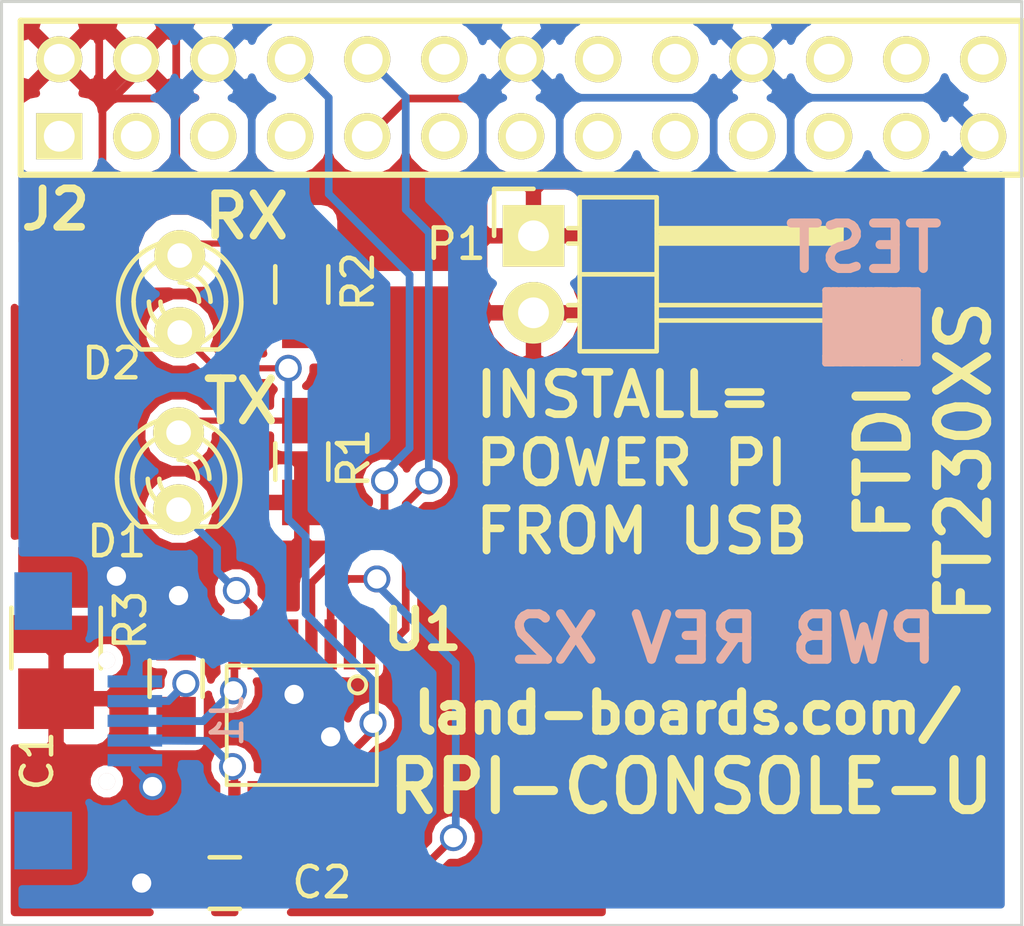
<source format=kicad_pcb>
(kicad_pcb (version 4) (host pcbnew 4.0.1-stable)

  (general
    (links 28)
    (no_connects 0)
    (area -2.106 -0.050001 34.137601 30.530001)
    (thickness 1.6)
    (drawings 71)
    (tracks 127)
    (zones 0)
    (modules 13)
    (nets 14)
  )

  (page A)
  (title_block
    (title RasPi-GVS-Plus-CFG)
    (rev X1)
    (company land-boards.com)
  )

  (layers
    (0 F.Cu signal)
    (31 B.Cu signal)
    (36 B.SilkS user)
    (37 F.SilkS user)
    (38 B.Mask user)
    (39 F.Mask user)
    (40 Dwgs.User user)
    (41 Cmts.User user)
    (44 Edge.Cuts user)
  )

  (setup
    (last_trace_width 0.254)
    (user_trace_width 0.2032)
    (user_trace_width 0.635)
    (trace_clearance 0.2032)
    (zone_clearance 0.254)
    (zone_45_only no)
    (trace_min 0.2032)
    (segment_width 0.2)
    (edge_width 0.1)
    (via_size 0.889)
    (via_drill 0.635)
    (via_min_size 0.889)
    (via_min_drill 0.508)
    (uvia_size 0.508)
    (uvia_drill 0.127)
    (uvias_allowed no)
    (uvia_min_size 0.508)
    (uvia_min_drill 0.127)
    (pcb_text_width 0.3)
    (pcb_text_size 1.5 1.5)
    (mod_edge_width 0.15)
    (mod_text_size 1.27 1.27)
    (mod_text_width 0.254)
    (pad_size 4.2418 4.2418)
    (pad_drill 2.49936)
    (pad_to_mask_clearance 0)
    (aux_axis_origin 0 0)
    (visible_elements 7FFFFF7F)
    (pcbplotparams
      (layerselection 0x010f0_80000001)
      (usegerberextensions false)
      (excludeedgelayer true)
      (linewidth 0.150000)
      (plotframeref false)
      (viasonmask false)
      (mode 1)
      (useauxorigin false)
      (hpglpennumber 1)
      (hpglpenspeed 20)
      (hpglpendiameter 15)
      (hpglpenoverlay 2)
      (psnegative false)
      (psa4output false)
      (plotreference true)
      (plotvalue true)
      (plotinvisibletext false)
      (padsonsilk false)
      (subtractmaskfromsilk false)
      (outputformat 1)
      (mirror false)
      (drillshape 0)
      (scaleselection 1)
      (outputdirectory plots/))
  )

  (net 0 "")
  (net 1 /+3.3V-USB)
  (net 2 /+5V)
  (net 3 /+5V-USB)
  (net 4 /DM)
  (net 5 /DP)
  (net 6 /GND)
  (net 7 /PI2USB)
  (net 8 /PUP0)
  (net 9 /PUP1)
  (net 10 /RXLED*)
  (net 11 /TXLED*)
  (net 12 /USB2PI)
  (net 13 "Net-(J1-Pad4)")

  (net_class Default "This is the default net class."
    (clearance 0.2032)
    (trace_width 0.254)
    (via_dia 0.889)
    (via_drill 0.635)
    (uvia_dia 0.508)
    (uvia_drill 0.127)
    (add_net /+3.3V-USB)
    (add_net /+5V)
    (add_net /+5V-USB)
    (add_net /DM)
    (add_net /DP)
    (add_net /GND)
    (add_net /PI2USB)
    (add_net /PUP0)
    (add_net /PUP1)
    (add_net /RXLED*)
    (add_net /TXLED*)
    (add_net /USB2PI)
    (add_net "Net-(J1-Pad4)")
  )

  (net_class POWER025 ""
    (clearance 0.381)
    (trace_width 0.635)
    (via_dia 0.889)
    (via_drill 0.635)
    (uvia_dia 0.508)
    (uvia_drill 0.127)
  )

  (module Capacitors_SMD:C_0805_HandSoldering (layer F.Cu) (tedit 56269ABF) (tstamp 56269550)
    (at 7.366 29.083 180)
    (descr "Capacitor SMD 0805, hand soldering")
    (tags "capacitor 0805")
    (path /5484896F)
    (attr smd)
    (fp_text reference C2 (at -3.204 0.023 180) (layer F.SilkS)
      (effects (font (size 1 1) (thickness 0.15)))
    )
    (fp_text value 0.1uF (at 0 2.1 180) (layer F.SilkS) hide
      (effects (font (size 1 1) (thickness 0.15)))
    )
    (fp_line (start -2.3 -1) (end 2.3 -1) (layer F.CrtYd) (width 0.05))
    (fp_line (start -2.3 1) (end 2.3 1) (layer F.CrtYd) (width 0.05))
    (fp_line (start -2.3 -1) (end -2.3 1) (layer F.CrtYd) (width 0.05))
    (fp_line (start 2.3 -1) (end 2.3 1) (layer F.CrtYd) (width 0.05))
    (fp_line (start 0.5 -0.85) (end -0.5 -0.85) (layer F.SilkS) (width 0.15))
    (fp_line (start -0.5 0.85) (end 0.5 0.85) (layer F.SilkS) (width 0.15))
    (pad 1 smd rect (at -1.25 0 180) (size 1.5 1.25) (layers F.Cu F.Mask)
      (net 1 /+3.3V-USB))
    (pad 2 smd rect (at 1.25 0 180) (size 1.5 1.25) (layers F.Cu F.Mask)
      (net 6 /GND))
    (model Capacitors_SMD.3dshapes/C_0805_HandSoldering.wrl
      (at (xyz 0 0 0))
      (scale (xyz 1 1 1))
      (rotate (xyz 0 0 0))
    )
  )

  (module Capacitors_SMD:C_1210_HandSoldering (layer F.Cu) (tedit 56269AC2) (tstamp 56269545)
    (at 1.8 21 90)
    (descr "Capacitor SMD 1210, hand soldering")
    (tags "capacitor 1210")
    (path /54848979)
    (attr smd)
    (fp_text reference C1 (at -4.05 -0.62 90) (layer F.SilkS)
      (effects (font (size 1 1) (thickness 0.15)))
    )
    (fp_text value 10uF (at 0 2.7 90) (layer Dwgs.User) hide
      (effects (font (size 1 1) (thickness 0.15)))
    )
    (fp_line (start -3.3 -1.6) (end 3.3 -1.6) (layer F.CrtYd) (width 0.05))
    (fp_line (start -3.3 1.6) (end 3.3 1.6) (layer F.CrtYd) (width 0.05))
    (fp_line (start -3.3 -1.6) (end -3.3 1.6) (layer F.CrtYd) (width 0.05))
    (fp_line (start 3.3 -1.6) (end 3.3 1.6) (layer F.CrtYd) (width 0.05))
    (fp_line (start 1 -1.475) (end -1 -1.475) (layer F.SilkS) (width 0.15))
    (fp_line (start -1 1.475) (end 1 1.475) (layer F.SilkS) (width 0.15))
    (pad 1 smd rect (at -2 0 90) (size 2 2.5) (layers F.Cu F.Mask)
      (net 3 /+5V-USB))
    (pad 2 smd rect (at 2 0 90) (size 2 2.5) (layers F.Cu F.Mask)
      (net 6 /GND))
    (model Capacitors_SMD.3dshapes/C_1210_HandSoldering.wrl
      (at (xyz 0 0 0))
      (scale (xyz 1 1 1))
      (rotate (xyz 0 0 0))
    )
  )

  (module FIDUCIAL (layer F.Cu) (tedit 518BF783) (tstamp 53F20D67)
    (at 1.778 9.144)
    (path /53F2073B)
    (fp_text reference FID1 (at 0 2.3495) (layer F.SilkS) hide
      (effects (font (size 1.27 1.27) (thickness 0.254)))
    )
    (fp_text value CONN_1 (at 0.127 -2.794) (layer F.SilkS) hide
      (effects (font (size 1.016 1.016) (thickness 0.2032)))
    )
    (pad 1 smd circle (at 0 0) (size 1 1) (layers F.Cu F.Mask)
      (solder_mask_margin 1) (clearance 1))
  )

  (module FIDUCIAL (layer F.Cu) (tedit 553672E7) (tstamp 53F20D6C)
    (at 30.48 8.382)
    (path /53F2074A)
    (fp_text reference FID2 (at 0 2.3495) (layer F.SilkS) hide
      (effects (font (size 1.27 1.27) (thickness 0.254)))
    )
    (fp_text value CONN_1 (at 0.127 -2.794) (layer F.SilkS) hide
      (effects (font (size 1.016 1.016) (thickness 0.2032)))
    )
    (pad 1 smd circle (at 1.27 20.066) (size 1 1) (layers F.Cu F.Mask)
      (solder_mask_margin 1) (clearance 1))
  )

  (module ssop-16 (layer F.Cu) (tedit 55367D23) (tstamp 53CE8BDE)
    (at 9.906 23.876 180)
    (descr SSOP-16)
    (path /54848999)
    (clearance 0.1524)
    (attr smd)
    (fp_text reference U1 (at -3.986 3.15 180) (layer F.SilkS)
      (effects (font (size 1.27 1.27) (thickness 0.254)))
    )
    (fp_text value FT230XS (at 0 -0.89916 180) (layer F.SilkS) hide
      (effects (font (size 0.50038 0.50038) (thickness 0.09906)))
    )
    (fp_line (start -2.4765 1.9685) (end 2.4765 1.9685) (layer F.SilkS) (width 0.127))
    (fp_line (start 2.4765 1.9685) (end 2.4765 -1.9685) (layer F.SilkS) (width 0.127))
    (fp_line (start 2.4765 -1.9685) (end -2.4765 -1.9685) (layer F.SilkS) (width 0.127))
    (fp_line (start -2.4765 -1.9685) (end -2.4765 1.9685) (layer F.SilkS) (width 0.127))
    (fp_circle (center -1.8415 1.3335) (end -1.9685 1.5875) (layer F.SilkS) (width 0.127))
    (pad 4 smd rect (at -0.3175 2.667 180) (size 0.4064 1.651) (layers F.Cu F.Mask)
      (net 7 /PI2USB))
    (pad 5 smd rect (at 0.3175 2.667 180) (size 0.4064 1.651) (layers F.Cu F.Mask)
      (net 6 /GND))
    (pad 6 smd rect (at 0.9525 2.667 180) (size 0.4064 1.651) (layers F.Cu F.Mask))
    (pad 7 smd rect (at 1.5875 2.667 180) (size 0.4064 1.651) (layers F.Cu F.Mask)
      (net 11 /TXLED*))
    (pad 16 smd rect (at -2.2225 -2.667 180) (size 0.4064 1.651) (layers F.Cu F.Mask))
    (pad 1 smd rect (at -2.2225 2.667 180) (size 0.4064 1.651) (layers F.Cu F.Mask)
      (net 12 /USB2PI))
    (pad 2 smd rect (at -1.5875 2.667 180) (size 0.4064 1.651) (layers F.Cu F.Mask))
    (pad 3 smd rect (at -0.9525 2.667 180) (size 0.4064 1.651) (layers F.Cu F.Mask)
      (net 1 /+3.3V-USB))
    (pad 9 smd rect (at 2.2225 -2.667 180) (size 0.4064 1.651) (layers F.Cu F.Mask)
      (net 4 /DM))
    (pad 10 smd rect (at 1.5875 -2.667 180) (size 0.4064 1.651) (layers F.Cu F.Mask)
      (net 1 /+3.3V-USB))
    (pad 11 smd rect (at 0.9525 -2.667 180) (size 0.4064 1.651) (layers F.Cu F.Mask))
    (pad 12 smd rect (at 0.3175 -2.667 180) (size 0.4064 1.651) (layers F.Cu F.Mask)
      (net 3 /+5V-USB))
    (pad 13 smd rect (at -0.3175 -2.667 180) (size 0.4064 1.651) (layers F.Cu F.Mask)
      (net 6 /GND))
    (pad 14 smd rect (at -0.9525 -2.667 180) (size 0.4064 1.651) (layers F.Cu F.Mask)
      (net 10 /RXLED*))
    (pad 8 smd rect (at 2.2225 2.667 180) (size 0.4064 1.651) (layers F.Cu F.Mask)
      (net 5 /DP))
    (pad 15 smd rect (at -1.5875 -2.667 180) (size 0.4064 1.651) (layers F.Cu F.Mask))
    (model smd/smd_dil/ssop-16.wrl
      (at (xyz 0 0 0))
      (scale (xyz 1 1 1))
      (rotate (xyz 0 0 0))
    )
  )

  (module pin_array_13x2 (layer F.Cu) (tedit 56266096) (tstamp 54848BB4)
    (at 17.145 3.175)
    (descr "2 x 13 pins connector")
    (tags CONN)
    (path /54848B62)
    (clearance 0.2032)
    (fp_text reference J2 (at -15.367 3.683) (layer F.SilkS)
      (effects (font (size 1.27 1.27) (thickness 0.254)))
    )
    (fp_text value RASPIO (at 6.145 3.454) (layer F.SilkS) hide
      (effects (font (size 1.016 1.016) (thickness 0.2032)))
    )
    (fp_line (start -16.51 2.54) (end 16.51 2.54) (layer F.SilkS) (width 0.2032))
    (fp_line (start 16.51 -2.54) (end -16.51 -2.54) (layer F.SilkS) (width 0.2032))
    (fp_line (start -16.51 -2.54) (end -16.51 2.54) (layer F.SilkS) (width 0.2032))
    (fp_line (start 16.51 2.54) (end 16.51 -2.54) (layer F.SilkS) (width 0.2032))
    (pad 1 thru_hole rect (at -15.24 1.27) (size 1.524 1.524) (drill 1.016) (layers *.Cu *.Mask F.SilkS))
    (pad 2 thru_hole circle (at -15.24 -1.27) (size 1.524 1.524) (drill 1.016) (layers *.Cu *.Mask F.SilkS)
      (net 2 /+5V))
    (pad 3 thru_hole circle (at -12.7 1.27) (size 1.524 1.524) (drill 1.016) (layers *.Cu *.Mask F.SilkS))
    (pad 4 thru_hole circle (at -12.7 -1.27) (size 1.524 1.524) (drill 1.016) (layers *.Cu *.Mask F.SilkS)
      (net 2 /+5V))
    (pad 5 thru_hole circle (at -10.16 1.27) (size 1.524 1.524) (drill 1.016) (layers *.Cu *.Mask F.SilkS))
    (pad 6 thru_hole circle (at -10.16 -1.27) (size 1.524 1.524) (drill 1.016) (layers *.Cu *.Mask F.SilkS)
      (net 6 /GND))
    (pad 7 thru_hole circle (at -7.62 1.27) (size 1.524 1.524) (drill 1.016) (layers *.Cu *.Mask F.SilkS))
    (pad 8 thru_hole circle (at -7.62 -1.27) (size 1.524 1.524) (drill 1.016) (layers *.Cu *.Mask F.SilkS)
      (net 7 /PI2USB))
    (pad 9 thru_hole circle (at -5.08 1.27) (size 1.524 1.524) (drill 1.016) (layers *.Cu *.Mask F.SilkS)
      (net 6 /GND))
    (pad 10 thru_hole circle (at -5.08 -1.27) (size 1.524 1.524) (drill 1.016) (layers *.Cu *.Mask F.SilkS)
      (net 12 /USB2PI))
    (pad 11 thru_hole circle (at -2.54 1.27) (size 1.524 1.524) (drill 1.016) (layers *.Cu *.Mask F.SilkS))
    (pad 12 thru_hole circle (at -2.54 -1.27) (size 1.524 1.524) (drill 1.016) (layers *.Cu *.Mask F.SilkS))
    (pad 13 thru_hole circle (at 0 1.27) (size 1.524 1.524) (drill 1.016) (layers *.Cu *.Mask F.SilkS))
    (pad 14 thru_hole circle (at 0 -1.27) (size 1.524 1.524) (drill 1.016) (layers *.Cu *.Mask F.SilkS)
      (net 6 /GND))
    (pad 15 thru_hole circle (at 2.54 1.27) (size 1.524 1.524) (drill 1.016) (layers *.Cu *.Mask F.SilkS))
    (pad 16 thru_hole circle (at 2.54 -1.27) (size 1.524 1.524) (drill 1.016) (layers *.Cu *.Mask F.SilkS))
    (pad 17 thru_hole circle (at 5.08 1.27) (size 1.524 1.524) (drill 1.016) (layers *.Cu *.Mask F.SilkS))
    (pad 18 thru_hole circle (at 5.08 -1.27) (size 1.524 1.524) (drill 1.016) (layers *.Cu *.Mask F.SilkS))
    (pad 19 thru_hole circle (at 7.62 1.27) (size 1.524 1.524) (drill 1.016) (layers *.Cu *.Mask F.SilkS))
    (pad 20 thru_hole circle (at 7.62 -1.27) (size 1.524 1.524) (drill 1.016) (layers *.Cu *.Mask F.SilkS)
      (net 6 /GND))
    (pad 21 thru_hole circle (at 10.16 1.27) (size 1.524 1.524) (drill 1.016) (layers *.Cu *.Mask F.SilkS))
    (pad 22 thru_hole circle (at 10.16 -1.27) (size 1.524 1.524) (drill 1.016) (layers *.Cu *.Mask F.SilkS))
    (pad 23 thru_hole circle (at 12.7 1.27) (size 1.524 1.524) (drill 1.016) (layers *.Cu *.Mask F.SilkS))
    (pad 24 thru_hole circle (at 12.7 -1.27) (size 1.524 1.524) (drill 1.016) (layers *.Cu *.Mask F.SilkS))
    (pad 25 thru_hole circle (at 15.24 1.27) (size 1.524 1.524) (drill 1.016) (layers *.Cu *.Mask F.SilkS)
      (net 6 /GND))
    (pad 26 thru_hole circle (at 15.24 -1.27) (size 1.524 1.524) (drill 1.016) (layers *.Cu *.Mask F.SilkS))
    (model pin_array/pins_array_13x2.wrl
      (at (xyz 0 0 0))
      (scale (xyz 1 1 1))
      (rotate (xyz 0 0 0))
    )
  )

  (module LEDs:LED-3MM (layer F.Cu) (tedit 5626AA32) (tstamp 5536AE98)
    (at 5.842 15.494 270)
    (descr "LED 3mm - Lead pitch 100mil (2,54mm)")
    (tags "LED led 3mm 3MM 100mil 2,54mm")
    (path /548489AA)
    (fp_text reference D1 (at 2.316 2.042 360) (layer F.SilkS)
      (effects (font (size 1 1) (thickness 0.15)))
    )
    (fp_text value LED (at 0 2.54 270) (layer F.SilkS) hide
      (effects (font (size 1 1) (thickness 0.15)))
    )
    (fp_line (start 1.8288 1.27) (end 1.8288 -1.27) (layer F.SilkS) (width 0.15))
    (fp_arc (start 0.254 0) (end -1.27 0) (angle 39.8) (layer F.SilkS) (width 0.15))
    (fp_arc (start 0.254 0) (end -0.88392 1.01092) (angle 41.6) (layer F.SilkS) (width 0.15))
    (fp_arc (start 0.254 0) (end 1.4097 -0.9906) (angle 40.6) (layer F.SilkS) (width 0.15))
    (fp_arc (start 0.254 0) (end 1.778 0) (angle 39.8) (layer F.SilkS) (width 0.15))
    (fp_arc (start 0.254 0) (end 0.254 -1.524) (angle 54.4) (layer F.SilkS) (width 0.15))
    (fp_arc (start 0.254 0) (end -0.9652 -0.9144) (angle 53.1) (layer F.SilkS) (width 0.15))
    (fp_arc (start 0.254 0) (end 1.45542 0.93472) (angle 52.1) (layer F.SilkS) (width 0.15))
    (fp_arc (start 0.254 0) (end 0.254 1.524) (angle 52.1) (layer F.SilkS) (width 0.15))
    (fp_arc (start 0.254 0) (end -0.381 0) (angle 90) (layer F.SilkS) (width 0.15))
    (fp_arc (start 0.254 0) (end -0.762 0) (angle 90) (layer F.SilkS) (width 0.15))
    (fp_arc (start 0.254 0) (end 0.889 0) (angle 90) (layer F.SilkS) (width 0.15))
    (fp_arc (start 0.254 0) (end 1.27 0) (angle 90) (layer F.SilkS) (width 0.15))
    (fp_arc (start 0.254 0) (end 0.254 -2.032) (angle 50.1) (layer F.SilkS) (width 0.15))
    (fp_arc (start 0.254 0) (end -1.5367 -0.95504) (angle 61.9) (layer F.SilkS) (width 0.15))
    (fp_arc (start 0.254 0) (end 1.8034 1.31064) (angle 49.7) (layer F.SilkS) (width 0.15))
    (fp_arc (start 0.254 0) (end 0.254 2.032) (angle 60.2) (layer F.SilkS) (width 0.15))
    (fp_arc (start 0.254 0) (end -1.778 0) (angle 28.3) (layer F.SilkS) (width 0.15))
    (fp_arc (start 0.254 0) (end -1.47574 1.06426) (angle 31.6) (layer F.SilkS) (width 0.15))
    (pad 1 thru_hole circle (at -1.27 0 270) (size 1.6764 1.6764) (drill 0.8128) (layers *.Cu *.Mask F.SilkS)
      (net 8 /PUP0))
    (pad 2 thru_hole circle (at 1.27 0 270) (size 1.6764 1.6764) (drill 0.8128) (layers *.Cu *.Mask F.SilkS)
      (net 11 /TXLED*))
    (model LEDs.3dshapes/LED-3MM.wrl
      (at (xyz 0 0 0))
      (scale (xyz 1 1 1))
      (rotate (xyz 0 0 0))
    )
  )

  (module LEDs:LED-3MM (layer F.Cu) (tedit 5626AA34) (tstamp 5536AEB0)
    (at 5.88 9.65 270)
    (descr "LED 3mm - Lead pitch 100mil (2,54mm)")
    (tags "LED led 3mm 3MM 100mil 2,54mm")
    (path /548489B0)
    (fp_text reference D2 (at 2.29 2.25 360) (layer F.SilkS)
      (effects (font (size 1 1) (thickness 0.15)))
    )
    (fp_text value LED (at 0 2.54 270) (layer F.SilkS) hide
      (effects (font (size 1 1) (thickness 0.15)))
    )
    (fp_line (start 1.8288 1.27) (end 1.8288 -1.27) (layer F.SilkS) (width 0.15))
    (fp_arc (start 0.254 0) (end -1.27 0) (angle 39.8) (layer F.SilkS) (width 0.15))
    (fp_arc (start 0.254 0) (end -0.88392 1.01092) (angle 41.6) (layer F.SilkS) (width 0.15))
    (fp_arc (start 0.254 0) (end 1.4097 -0.9906) (angle 40.6) (layer F.SilkS) (width 0.15))
    (fp_arc (start 0.254 0) (end 1.778 0) (angle 39.8) (layer F.SilkS) (width 0.15))
    (fp_arc (start 0.254 0) (end 0.254 -1.524) (angle 54.4) (layer F.SilkS) (width 0.15))
    (fp_arc (start 0.254 0) (end -0.9652 -0.9144) (angle 53.1) (layer F.SilkS) (width 0.15))
    (fp_arc (start 0.254 0) (end 1.45542 0.93472) (angle 52.1) (layer F.SilkS) (width 0.15))
    (fp_arc (start 0.254 0) (end 0.254 1.524) (angle 52.1) (layer F.SilkS) (width 0.15))
    (fp_arc (start 0.254 0) (end -0.381 0) (angle 90) (layer F.SilkS) (width 0.15))
    (fp_arc (start 0.254 0) (end -0.762 0) (angle 90) (layer F.SilkS) (width 0.15))
    (fp_arc (start 0.254 0) (end 0.889 0) (angle 90) (layer F.SilkS) (width 0.15))
    (fp_arc (start 0.254 0) (end 1.27 0) (angle 90) (layer F.SilkS) (width 0.15))
    (fp_arc (start 0.254 0) (end 0.254 -2.032) (angle 50.1) (layer F.SilkS) (width 0.15))
    (fp_arc (start 0.254 0) (end -1.5367 -0.95504) (angle 61.9) (layer F.SilkS) (width 0.15))
    (fp_arc (start 0.254 0) (end 1.8034 1.31064) (angle 49.7) (layer F.SilkS) (width 0.15))
    (fp_arc (start 0.254 0) (end 0.254 2.032) (angle 60.2) (layer F.SilkS) (width 0.15))
    (fp_arc (start 0.254 0) (end -1.778 0) (angle 28.3) (layer F.SilkS) (width 0.15))
    (fp_arc (start 0.254 0) (end -1.47574 1.06426) (angle 31.6) (layer F.SilkS) (width 0.15))
    (pad 1 thru_hole circle (at -1.27 0 270) (size 1.6764 1.6764) (drill 0.8128) (layers *.Cu *.Mask F.SilkS)
      (net 9 /PUP1))
    (pad 2 thru_hole circle (at 1.27 0 270) (size 1.6764 1.6764) (drill 0.8128) (layers *.Cu *.Mask F.SilkS)
      (net 10 /RXLED*))
    (model LEDs.3dshapes/LED-3MM.wrl
      (at (xyz 0 0 0))
      (scale (xyz 1 1 1))
      (rotate (xyz 0 0 0))
    )
  )

  (module Resistors_SMD:R_0805_HandSoldering (layer F.Cu) (tedit 56269ACA) (tstamp 562666D7)
    (at 5.76 22.34 90)
    (descr "Resistor SMD 0805, hand soldering")
    (tags "resistor 0805")
    (path /562667AB)
    (attr smd)
    (fp_text reference R3 (at 1.93 -1.51 90) (layer F.SilkS)
      (effects (font (size 1 1) (thickness 0.15)))
    )
    (fp_text value 130K (at 0 2.1 90) (layer Dwgs.User) hide
      (effects (font (size 1 1) (thickness 0.15)))
    )
    (fp_line (start -2.4 -1) (end 2.4 -1) (layer F.CrtYd) (width 0.05))
    (fp_line (start -2.4 1) (end 2.4 1) (layer F.CrtYd) (width 0.05))
    (fp_line (start -2.4 -1) (end -2.4 1) (layer F.CrtYd) (width 0.05))
    (fp_line (start 2.4 -1) (end 2.4 1) (layer F.CrtYd) (width 0.05))
    (fp_line (start 0.6 0.875) (end -0.6 0.875) (layer F.SilkS) (width 0.15))
    (fp_line (start -0.6 -0.875) (end 0.6 -0.875) (layer F.SilkS) (width 0.15))
    (pad 1 smd rect (at -1.35 0 90) (size 1.5 1.3) (layers F.Cu F.Mask)
      (net 13 "Net-(J1-Pad4)"))
    (pad 2 smd rect (at 1.35 0 90) (size 1.5 1.3) (layers F.Cu F.Mask)
      (net 6 /GND))
    (model Resistors_SMD.3dshapes/R_0805_HandSoldering.wrl
      (at (xyz 0 0 0))
      (scale (xyz 1 1 1))
      (rotate (xyz 0 0 0))
    )
  )

  (module Resistors_SMD:R_0805_HandSoldering (layer F.Cu) (tedit 5626A9C0) (tstamp 56269567)
    (at 9.906 15.1765 90)
    (descr "Resistor SMD 0805, hand soldering")
    (tags "resistor 0805")
    (path /54848962)
    (attr smd)
    (fp_text reference R1 (at 0.1065 1.704 90) (layer F.SilkS)
      (effects (font (size 1 1) (thickness 0.15)))
    )
    (fp_text value 270 (at 0 2.1 90) (layer Dwgs.User) hide
      (effects (font (size 1 1) (thickness 0.15)))
    )
    (fp_line (start -2.4 -1) (end 2.4 -1) (layer F.CrtYd) (width 0.05))
    (fp_line (start -2.4 1) (end 2.4 1) (layer F.CrtYd) (width 0.05))
    (fp_line (start -2.4 -1) (end -2.4 1) (layer F.CrtYd) (width 0.05))
    (fp_line (start 2.4 -1) (end 2.4 1) (layer F.CrtYd) (width 0.05))
    (fp_line (start 0.6 0.875) (end -0.6 0.875) (layer F.SilkS) (width 0.15))
    (fp_line (start -0.6 -0.875) (end 0.6 -0.875) (layer F.SilkS) (width 0.15))
    (pad 1 smd rect (at -1.35 0 90) (size 1.5 1.3) (layers F.Cu F.Mask)
      (net 3 /+5V-USB))
    (pad 2 smd rect (at 1.35 0 90) (size 1.5 1.3) (layers F.Cu F.Mask)
      (net 8 /PUP0))
    (model Resistors_SMD.3dshapes/R_0805_HandSoldering.wrl
      (at (xyz 0 0 0))
      (scale (xyz 1 1 1))
      (rotate (xyz 0 0 0))
    )
  )

  (module Resistors_SMD:R_0805_HandSoldering (layer F.Cu) (tedit 5626A9BD) (tstamp 56269572)
    (at 9.906 9.3345 90)
    (descr "Resistor SMD 0805, hand soldering")
    (tags "resistor 0805")
    (path /54848958)
    (attr smd)
    (fp_text reference R2 (at 0.0945 1.854 90) (layer F.SilkS)
      (effects (font (size 1 1) (thickness 0.15)))
    )
    (fp_text value 270 (at 0 2.1 90) (layer Dwgs.User) hide
      (effects (font (size 1 1) (thickness 0.15)))
    )
    (fp_line (start -2.4 -1) (end 2.4 -1) (layer F.CrtYd) (width 0.05))
    (fp_line (start -2.4 1) (end 2.4 1) (layer F.CrtYd) (width 0.05))
    (fp_line (start -2.4 -1) (end -2.4 1) (layer F.CrtYd) (width 0.05))
    (fp_line (start 2.4 -1) (end 2.4 1) (layer F.CrtYd) (width 0.05))
    (fp_line (start 0.6 0.875) (end -0.6 0.875) (layer F.SilkS) (width 0.15))
    (fp_line (start -0.6 -0.875) (end 0.6 -0.875) (layer F.SilkS) (width 0.15))
    (pad 1 smd rect (at -1.35 0 90) (size 1.5 1.3) (layers F.Cu F.Mask)
      (net 3 /+5V-USB))
    (pad 2 smd rect (at 1.35 0 90) (size 1.5 1.3) (layers F.Cu F.Mask)
      (net 9 /PUP1))
    (model Resistors_SMD.3dshapes/R_0805_HandSoldering.wrl
      (at (xyz 0 0 0))
      (scale (xyz 1 1 1))
      (rotate (xyz 0 0 0))
    )
  )

  (module Pin_Headers:Pin_Header_Angled_1x02 (layer F.Cu) (tedit 56648F57) (tstamp 5626B127)
    (at 17.55 7.73)
    (descr "Through hole pin header")
    (tags "pin header")
    (path /5484B32D)
    (fp_text reference P1 (at -2.55 0.27) (layer F.SilkS)
      (effects (font (size 1 1) (thickness 0.15)))
    )
    (fp_text value CONN_2 (at 0 -3.1) (layer F.SilkS) hide
      (effects (font (size 1 1) (thickness 0.15)))
    )
    (fp_line (start -1.5 -1.75) (end -1.5 4.3) (layer F.CrtYd) (width 0.05))
    (fp_line (start 10.65 -1.75) (end 10.65 4.3) (layer F.CrtYd) (width 0.05))
    (fp_line (start -1.5 -1.75) (end 10.65 -1.75) (layer F.CrtYd) (width 0.05))
    (fp_line (start -1.5 4.3) (end 10.65 4.3) (layer F.CrtYd) (width 0.05))
    (fp_line (start -1.3 -1.55) (end -1.3 0) (layer F.SilkS) (width 0.15))
    (fp_line (start 0 -1.55) (end -1.3 -1.55) (layer F.SilkS) (width 0.15))
    (fp_line (start 4.191 -0.127) (end 10.033 -0.127) (layer F.SilkS) (width 0.15))
    (fp_line (start 10.033 -0.127) (end 10.033 0.127) (layer F.SilkS) (width 0.15))
    (fp_line (start 10.033 0.127) (end 4.191 0.127) (layer F.SilkS) (width 0.15))
    (fp_line (start 4.191 0.127) (end 4.191 0) (layer F.SilkS) (width 0.15))
    (fp_line (start 4.191 0) (end 10.033 0) (layer F.SilkS) (width 0.15))
    (fp_line (start 1.524 -0.254) (end 1.143 -0.254) (layer F.SilkS) (width 0.15))
    (fp_line (start 1.524 0.254) (end 1.143 0.254) (layer F.SilkS) (width 0.15))
    (fp_line (start 1.524 2.286) (end 1.143 2.286) (layer F.SilkS) (width 0.15))
    (fp_line (start 1.524 2.794) (end 1.143 2.794) (layer F.SilkS) (width 0.15))
    (fp_line (start 1.524 -1.27) (end 4.064 -1.27) (layer F.SilkS) (width 0.15))
    (fp_line (start 1.524 1.27) (end 4.064 1.27) (layer F.SilkS) (width 0.15))
    (fp_line (start 1.524 1.27) (end 1.524 3.81) (layer F.SilkS) (width 0.15))
    (fp_line (start 1.524 3.81) (end 4.064 3.81) (layer F.SilkS) (width 0.15))
    (fp_line (start 4.064 2.286) (end 10.16 2.286) (layer F.SilkS) (width 0.15))
    (fp_line (start 10.16 2.286) (end 10.16 2.794) (layer F.SilkS) (width 0.15))
    (fp_line (start 10.16 2.794) (end 4.064 2.794) (layer F.SilkS) (width 0.15))
    (fp_line (start 4.064 3.81) (end 4.064 1.27) (layer F.SilkS) (width 0.15))
    (fp_line (start 4.064 1.27) (end 4.064 -1.27) (layer F.SilkS) (width 0.15))
    (fp_line (start 10.16 0.254) (end 4.064 0.254) (layer F.SilkS) (width 0.15))
    (fp_line (start 10.16 -0.254) (end 10.16 0.254) (layer F.SilkS) (width 0.15))
    (fp_line (start 4.064 -0.254) (end 10.16 -0.254) (layer F.SilkS) (width 0.15))
    (fp_line (start 1.524 1.27) (end 4.064 1.27) (layer F.SilkS) (width 0.15))
    (fp_line (start 1.524 -1.27) (end 1.524 1.27) (layer F.SilkS) (width 0.15))
    (pad 1 thru_hole rect (at 0 0) (size 2.032 2.032) (drill 1.016) (layers *.Cu *.Mask F.SilkS)
      (net 2 /+5V))
    (pad 2 thru_hole oval (at 0 2.54) (size 2.032 2.032) (drill 1.016) (layers *.Cu *.Mask F.SilkS)
      (net 3 /+5V-USB))
    (model Pin_Headers.3dshapes/Pin_Header_Angled_1x02.wrl
      (at (xyz 0 -0.05 0))
      (scale (xyz 1 1 1))
      (rotate (xyz 0 0 90))
    )
  )

  (module DougsNewMods:USB_Micro-B-Wellco-SMT (layer B.Cu) (tedit 5676FED0) (tstamp 5626955B)
    (at 4 23.73 90)
    (descr "Micro USB Type B Receptacle")
    (tags "USB USB_B USB_micro USB_OTG")
    (path /562660F8)
    (attr smd)
    (fp_text reference J1 (at 0 3.45 90) (layer B.SilkS)
      (effects (font (size 1 1) (thickness 0.15)) (justify mirror))
    )
    (fp_text value USB-MICRO-B (at 0 -4.8 90) (layer Dwgs.User) hide
      (effects (font (size 1 1) (thickness 0.15)))
    )
    (pad 1 smd rect (at -1.3 0.4 90) (size 0.4 1.8) (layers B.Cu B.Mask)
      (net 3 /+5V-USB))
    (pad 2 smd rect (at -0.65 0.4 90) (size 0.4 1.8) (layers B.Cu B.Mask)
      (net 4 /DM))
    (pad 3 smd rect (at 0 0.4 90) (size 0.4 1.8) (layers B.Cu B.Mask)
      (net 5 /DP))
    (pad 4 smd rect (at 0.65 0.4 90) (size 0.4 1.8) (layers B.Cu B.Mask)
      (net 13 "Net-(J1-Pad4)"))
    (pad 5 smd rect (at 1.3 0.4 90) (size 0.4 1.8) (layers B.Cu B.Mask)
      (net 6 /GND))
    (pad "" np_thru_hole circle (at -2 -0.525) (size 0.55 0.55) (drill 0.55) (layers *.Cu *.Mask B.SilkS))
    (pad "" np_thru_hole circle (at 2 -0.525) (size 0.55 0.55) (drill oval 0.55) (layers *.Cu *.Mask B.SilkS))
    (pad 7 smd rect (at -3.95 -2.625) (size 1.9 1.9) (layers B.Cu B.Mask))
    (pad 6 smd rect (at 3.95 -2.625) (size 1.9 1.9) (layers B.Cu B.Mask))
  )

  (gr_text TX (at 6.53 13.19) (layer F.SilkS)
    (effects (font (size 1.397 1.397) (thickness 0.254)) (justify left))
  )
  (gr_text RX (at 6.55 7.09) (layer F.SilkS)
    (effects (font (size 1.397 1.397) (thickness 0.254)) (justify left))
  )
  (gr_text "FTDI\nFT230XS" (at 30.42 15.18 90) (layer F.SilkS)
    (effects (font (size 1.651 1.651) (thickness 0.3)))
  )
  (gr_text TEST (at 28.448 8.128) (layer B.SilkS)
    (effects (font (size 1.5 1.5) (thickness 0.3)) (justify mirror))
  )
  (gr_line (start 30.099 9.652) (end 29.972 9.779) (angle 90) (layer B.SilkS) (width 0.2))
  (gr_line (start 30.099 11.811) (end 30.099 9.652) (angle 90) (layer B.SilkS) (width 0.2))
  (gr_line (start 29.972 11.811) (end 30.099 11.811) (angle 90) (layer B.SilkS) (width 0.2))
  (gr_line (start 29.972 9.525) (end 29.972 11.811) (angle 90) (layer B.SilkS) (width 0.2))
  (gr_line (start 29.718 9.525) (end 29.972 9.525) (angle 90) (layer B.SilkS) (width 0.2))
  (gr_line (start 29.718 11.684) (end 29.718 9.525) (angle 90) (layer B.SilkS) (width 0.2))
  (gr_line (start 29.845 11.811) (end 29.718 11.684) (angle 90) (layer B.SilkS) (width 0.2))
  (gr_line (start 29.845 9.525) (end 29.845 11.811) (angle 90) (layer B.SilkS) (width 0.2))
  (gr_line (start 29.591 9.525) (end 29.845 9.525) (angle 90) (layer B.SilkS) (width 0.2))
  (gr_line (start 29.591 11.811) (end 29.591 9.525) (angle 90) (layer B.SilkS) (width 0.2))
  (gr_line (start 29.464 11.938) (end 29.591 11.811) (angle 90) (layer B.SilkS) (width 0.2))
  (gr_line (start 29.464 9.652) (end 29.464 11.938) (angle 90) (layer B.SilkS) (width 0.2))
  (gr_line (start 29.337 9.525) (end 29.464 9.652) (angle 90) (layer B.SilkS) (width 0.2))
  (gr_line (start 29.337 11.811) (end 29.337 9.525) (angle 90) (layer B.SilkS) (width 0.2))
  (gr_line (start 29.21 11.811) (end 29.337 11.811) (angle 90) (layer B.SilkS) (width 0.2))
  (gr_line (start 29.21 9.525) (end 29.21 11.811) (angle 90) (layer B.SilkS) (width 0.2))
  (gr_line (start 29.083 9.525) (end 29.21 9.525) (angle 90) (layer B.SilkS) (width 0.2))
  (gr_line (start 29.083 11.811) (end 29.083 9.525) (angle 90) (layer B.SilkS) (width 0.2))
  (gr_line (start 28.956 11.811) (end 29.083 11.811) (angle 90) (layer B.SilkS) (width 0.2))
  (gr_line (start 28.956 9.525) (end 28.956 11.811) (angle 90) (layer B.SilkS) (width 0.2))
  (gr_line (start 28.829 9.525) (end 28.956 9.525) (angle 90) (layer B.SilkS) (width 0.2))
  (gr_line (start 29.083 9.525) (end 28.829 9.525) (angle 90) (layer B.SilkS) (width 0.2))
  (gr_line (start 28.829 9.525) (end 29.083 9.525) (angle 90) (layer B.SilkS) (width 0.2))
  (gr_line (start 28.829 11.811) (end 28.829 9.525) (angle 90) (layer B.SilkS) (width 0.2))
  (gr_line (start 28.702 11.811) (end 28.829 11.811) (angle 90) (layer B.SilkS) (width 0.2))
  (gr_line (start 28.702 9.525) (end 28.702 11.811) (angle 90) (layer B.SilkS) (width 0.2))
  (gr_line (start 28.575 9.525) (end 28.702 9.525) (angle 90) (layer B.SilkS) (width 0.2))
  (gr_line (start 28.575 11.811) (end 28.575 9.525) (angle 90) (layer B.SilkS) (width 0.2))
  (gr_line (start 28.448 11.938) (end 28.575 11.811) (angle 90) (layer B.SilkS) (width 0.2))
  (gr_line (start 28.448 9.525) (end 28.448 11.938) (angle 90) (layer B.SilkS) (width 0.2))
  (gr_line (start 28.321 9.525) (end 28.448 9.525) (angle 90) (layer B.SilkS) (width 0.2))
  (gr_line (start 28.321 11.811) (end 28.321 9.525) (angle 90) (layer B.SilkS) (width 0.2))
  (gr_line (start 28.194 11.811) (end 28.321 11.811) (angle 90) (layer B.SilkS) (width 0.2))
  (gr_line (start 28.194 9.525) (end 28.194 11.811) (angle 90) (layer B.SilkS) (width 0.2))
  (gr_line (start 28.067 9.525) (end 28.194 9.525) (angle 90) (layer B.SilkS) (width 0.2))
  (gr_line (start 28.067 11.938) (end 28.067 9.525) (angle 90) (layer B.SilkS) (width 0.2))
  (gr_line (start 28.067 9.525) (end 28.067 11.938) (angle 90) (layer B.SilkS) (width 0.2))
  (gr_line (start 27.94 9.525) (end 28.067 9.525) (angle 90) (layer B.SilkS) (width 0.2))
  (gr_line (start 27.94 11.811) (end 27.94 9.525) (angle 90) (layer B.SilkS) (width 0.2))
  (gr_line (start 28.067 11.811) (end 27.94 11.811) (angle 90) (layer B.SilkS) (width 0.2))
  (gr_line (start 27.813 11.811) (end 28.067 11.811) (angle 90) (layer B.SilkS) (width 0.2))
  (gr_line (start 27.813 9.525) (end 27.813 11.811) (angle 90) (layer B.SilkS) (width 0.2))
  (gr_line (start 27.686 9.525) (end 27.813 9.525) (angle 90) (layer B.SilkS) (width 0.2))
  (gr_line (start 27.686 11.938) (end 27.686 9.525) (angle 90) (layer B.SilkS) (width 0.2))
  (gr_line (start 27.559 11.811) (end 27.686 11.938) (angle 90) (layer B.SilkS) (width 0.2))
  (gr_line (start 27.559 9.525) (end 27.559 11.811) (angle 90) (layer B.SilkS) (width 0.2))
  (gr_line (start 27.432 9.525) (end 27.559 9.525) (angle 90) (layer B.SilkS) (width 0.2))
  (gr_line (start 27.432 11.811) (end 27.432 9.525) (angle 90) (layer B.SilkS) (width 0.2))
  (gr_line (start 27.305 11.938) (end 27.432 11.811) (angle 90) (layer B.SilkS) (width 0.2))
  (gr_line (start 27.305 9.525) (end 27.305 11.938) (angle 90) (layer B.SilkS) (width 0.2))
  (gr_line (start 27.178 9.525) (end 27.305 9.525) (angle 90) (layer B.SilkS) (width 0.2))
  (gr_line (start 27.178 11.938) (end 27.178 9.525) (angle 90) (layer B.SilkS) (width 0.2))
  (gr_line (start 27.432 11.938) (end 27.178 11.938) (angle 90) (layer B.SilkS) (width 0.2))
  (gr_line (start 27.178 11.938) (end 27.432 11.938) (angle 90) (layer B.SilkS) (width 0.2))
  (gr_line (start 27.178 11.684) (end 27.178 11.938) (angle 90) (layer B.SilkS) (width 0.2))
  (gr_line (start 27.432 11.938) (end 27.178 11.684) (angle 90) (layer B.SilkS) (width 0.2))
  (gr_line (start 30.226 11.938) (end 27.432 11.938) (angle 90) (layer B.SilkS) (width 0.2))
  (gr_line (start 30.226 9.525) (end 30.226 11.938) (angle 90) (layer B.SilkS) (width 0.2))
  (gr_line (start 27.178 9.525) (end 30.226 9.525) (angle 90) (layer B.SilkS) (width 0.2))
  (gr_text "INSTALL=\nPOWER PI\nFROM USB" (at 15.5 15.23) (layer F.SilkS)
    (effects (font (size 1.397 1.397) (thickness 0.254)) (justify left))
  )
  (gr_text "PWB REV X2" (at 23.8 21.02) (layer B.SilkS)
    (effects (font (size 1.5 1.5) (thickness 0.3)) (justify mirror))
  )
  (gr_text land-boards.com/ (at 22.63 23.47) (layer F.SilkS)
    (effects (font (size 1.27 1.27) (thickness 0.3)))
  )
  (gr_text RPI-CONSOLE-U (at 22.75 25.91) (layer F.SilkS)
    (effects (font (size 1.651 1.55) (thickness 0.3)))
  )
  (gr_line (start 0 0) (end 33.655 0) (angle 90) (layer Edge.Cuts) (width 0.1))
  (gr_line (start 0 30.48) (end 0 0) (angle 90) (layer Edge.Cuts) (width 0.1))
  (gr_line (start 33.655 30.48) (end 0 30.48) (angle 90) (layer Edge.Cuts) (width 0.1))
  (gr_line (start 33.655 0) (end 33.655 30.48) (angle 90) (layer Edge.Cuts) (width 0.1))

  (segment (start 8.3185 29.083) (end 13.409 29.083) (width 0.254) (layer F.Cu) (net 1) (status 10))
  (segment (start 14.986 27.506) (end 14.986 21.844) (width 0.254) (layer B.Cu) (net 1) (tstamp 55367AE1))
  (segment (start 14.908 27.584) (end 14.986 27.506) (width 0.254) (layer B.Cu) (net 1) (tstamp 55367AE0))
  (via (at 14.908 27.584) (size 0.889) (layers F.Cu B.Cu) (net 1))
  (segment (start 13.409 29.083) (end 14.908 27.584) (width 0.254) (layer F.Cu) (net 1) (tstamp 55367ADA))
  (segment (start 12.3825 19.05) (end 12.3825 19.2405) (width 0.254) (layer B.Cu) (net 1))
  (via (at 12.3825 19.05) (size 0.889) (layers F.Cu B.Cu) (net 1))
  (segment (start 11.43 19.05) (end 12.3825 19.05) (width 0.254) (layer F.Cu) (net 1) (tstamp 5489D563))
  (segment (start 12.3825 19.2405) (end 14.986 21.844) (width 0.254) (layer B.Cu) (net 1) (tstamp 55367653))
  (segment (start 10.8585 21.209) (end 10.8585 19.6215) (width 0.254) (layer F.Cu) (net 1) (status 10))
  (segment (start 10.8585 19.6215) (end 11.43 19.05) (width 0.254) (layer F.Cu) (net 1) (tstamp 5489D561))
  (segment (start 8.3185 26.543) (end 8.3185 29.083) (width 0.2032) (layer F.Cu) (net 1) (status 30))
  (segment (start 10.8585 19.6215) (end 11.43 19.05) (width 0.254) (layer F.Cu) (net 1) (tstamp 54888F8B))
  (segment (start 4.445 1.905) (end 4.445 2.445) (width 0.254) (layer F.Cu) (net 2))
  (segment (start 4.445 2.445) (end 3.33 3.56) (width 0.254) (layer F.Cu) (net 2) (tstamp 56770420))
  (segment (start 3.33 3.56) (end 3.33 5.87) (width 0.254) (layer F.Cu) (net 2) (tstamp 56770422))
  (segment (start 3.33 5.87) (end 3.41 5.95) (width 0.254) (layer F.Cu) (net 2) (tstamp 56770424))
  (segment (start 3.224 3.2) (end 3.224 0.914) (width 0.254) (layer F.Cu) (net 2))
  (segment (start 5.764 3.2) (end 5.764 0.914) (width 0.254) (layer F.Cu) (net 2))
  (segment (start 3.224 3.2) (end 5.764 3.2) (width 0.254) (layer F.Cu) (net 2))
  (segment (start 5.764 3.2) (end 5.764 5.232) (width 0.254) (layer F.Cu) (net 2) (tstamp 553679D3))
  (segment (start 1.905 1.905) (end 1.929 1.905) (width 0.254) (layer F.Cu) (net 2) (status 30))
  (segment (start 1.929 1.905) (end 3.224 3.2) (width 0.254) (layer F.Cu) (net 2) (tstamp 553679CF) (status 10))
  (segment (start 4.4 25.03) (end 4.4 25.32) (width 0.254) (layer B.Cu) (net 3) (status 10))
  (via (at 4.98 25.9) (size 0.889) (layers F.Cu B.Cu) (net 3))
  (segment (start 4.4 25.32) (end 4.98 25.9) (width 0.254) (layer B.Cu) (net 3) (tstamp 56770350))
  (segment (start 4.4 24.38) (end 6.77 24.39) (width 0.254) (layer B.Cu) (net 4) (status 10))
  (segment (start 6.77 24.39) (end 7.62 25.24) (width 0.254) (layer B.Cu) (net 4) (tstamp 5677023D))
  (segment (start 7.6835 25.3035) (end 7.62 25.24) (width 0.254) (layer F.Cu) (net 4) (tstamp 56269A1E))
  (via (at 7.62 25.24) (size 0.889) (layers F.Cu B.Cu) (net 4))
  (segment (start 7.62 25.24) (end 6.77 24.39) (width 0.254) (layer B.Cu) (net 4) (tstamp 56269A20))
  (segment (start 6.77 24.39) (end 4 24.38) (width 0.254) (layer B.Cu) (net 4) (tstamp 56269A21) (status 20))
  (segment (start 7.6835 26.543) (end 7.6835 25.3035) (width 0.254) (layer F.Cu) (net 4) (status 10))
  (segment (start 4.4 23.73) (end 6.65 23.74) (width 0.254) (layer B.Cu) (net 5) (status 10))
  (segment (start 6.65 23.74) (end 7.65 22.74) (width 0.254) (layer B.Cu) (net 5) (tstamp 5677023B))
  (segment (start 6.65 23.74) (end 7.65 22.74) (width 0.254) (layer B.Cu) (net 5) (tstamp 56269A18))
  (via (at 7.65 22.74) (size 0.889) (layers F.Cu B.Cu) (net 5))
  (segment (start 7.65 22.74) (end 7.6835 22.7065) (width 0.254) (layer F.Cu) (net 5) (tstamp 56269A1A))
  (segment (start 7.6835 22.7065) (end 7.6835 21.209) (width 0.254) (layer F.Cu) (net 5) (tstamp 56269A1B) (status 20))
  (segment (start 4 23.73) (end 6.65 23.74) (width 0.254) (layer B.Cu) (net 5) (status 10))
  (segment (start 6.116 29.083) (end 4.6228 29.083) (width 0.254) (layer F.Cu) (net 6))
  (via (at 4.6228 29.083) (size 0.889) (drill 0.635) (layers F.Cu B.Cu) (net 6))
  (segment (start 5.989 29.21) (end 6.116 29.083) (width 0.254) (layer F.Cu) (net 6) (tstamp 571A5DC7))
  (segment (start 4.4 22.43) (end 4.36 21.08) (width 0.254) (layer B.Cu) (net 6) (status 10))
  (segment (start 4.36 21.08) (end 5.84 19.6) (width 0.254) (layer B.Cu) (net 6) (tstamp 56770257))
  (segment (start 5.76 19.68) (end 5.84 19.6) (width 0.254) (layer F.Cu) (net 6) (tstamp 56269A32))
  (via (at 5.84 19.6) (size 0.889) (layers F.Cu B.Cu) (net 6))
  (segment (start 5.76 20.99) (end 5.76 19.68) (width 0.254) (layer F.Cu) (net 6) (status 10))
  (segment (start 12.065 4.445) (end 12.139 4.445) (width 0.254) (layer F.Cu) (net 6) (status 30))
  (segment (start 12.139 4.445) (end 13.384 3.2) (width 0.254) (layer F.Cu) (net 6) (tstamp 55367861) (status 10))
  (segment (start 13.384 3.2) (end 15.85 3.2) (width 0.254) (layer F.Cu) (net 6) (tstamp 55367862))
  (segment (start 15.85 3.2) (end 17.145 1.905) (width 0.254) (layer F.Cu) (net 6) (tstamp 55367865) (status 20))
  (segment (start 23.495 3.175) (end 18.415 3.175) (width 0.254) (layer B.Cu) (net 6))
  (segment (start 31.242 3.175) (end 26.035 3.175) (width 0.254) (layer B.Cu) (net 6))
  (segment (start 10.2235 26.543) (end 10.2235 24.892) (width 0.254) (layer F.Cu) (net 6) (status 10))
  (segment (start 10.2235 24.892) (end 10.8585 24.257) (width 0.254) (layer F.Cu) (net 6) (tstamp 5489D866))
  (via (at 10.8585 24.257) (size 0.889) (layers F.Cu B.Cu) (net 6))
  (segment (start 8.255 5.207) (end 8.255 3.175) (width 0.254) (layer B.Cu) (net 6))
  (segment (start 8.255 3.175) (end 6.985 1.905) (width 0.254) (layer B.Cu) (net 6) (tstamp 5484946E) (status 20))
  (segment (start 9.5885 21.209) (end 9.5885 22.7965) (width 0.254) (layer F.Cu) (net 6) (status 10))
  (via (at 9.652 22.86) (size 0.889) (layers F.Cu B.Cu) (net 6))
  (segment (start 9.5885 22.7965) (end 9.652 22.86) (width 0.254) (layer F.Cu) (net 6) (tstamp 54888EDD))
  (segment (start 26.035 5.334) (end 26.035 3.175) (width 0.254) (layer B.Cu) (net 6))
  (segment (start 26.035 3.175) (end 24.765 1.905) (width 0.254) (layer B.Cu) (net 6) (tstamp 54849488) (status 20))
  (segment (start 18.415 5.334) (end 18.415 3.175) (width 0.254) (layer B.Cu) (net 6))
  (segment (start 18.415 3.175) (end 17.145 1.905) (width 0.254) (layer B.Cu) (net 6) (tstamp 5484947E) (status 20))
  (segment (start 5.715 5.08) (end 5.715 3.175) (width 0.254) (layer B.Cu) (net 6))
  (segment (start 5.715 3.175) (end 6.985 1.905) (width 0.254) (layer B.Cu) (net 6) (tstamp 54849476) (status 20))
  (segment (start 23.495 5.461) (end 23.495 3.175) (width 0.254) (layer B.Cu) (net 6))
  (segment (start 23.495 3.175) (end 24.765 1.905) (width 0.254) (layer B.Cu) (net 6) (tstamp 54849457) (status 20))
  (segment (start 15.875 5.207) (end 15.875 3.175) (width 0.254) (layer B.Cu) (net 6))
  (segment (start 15.875 3.175) (end 17.145 1.905) (width 0.254) (layer B.Cu) (net 6) (tstamp 54849449) (status 20))
  (segment (start 3.75 19) (end 3.79 18.96) (width 0.254) (layer F.Cu) (net 6) (tstamp 56269A60))
  (via (at 3.79 18.96) (size 0.889) (layers F.Cu B.Cu) (net 6))
  (segment (start 1.8 19) (end 3.75 19) (width 0.254) (layer F.Cu) (net 6) (status 10))
  (segment (start 4 22.43) (end 4.03 22.43) (width 0.254) (layer B.Cu) (net 6) (status 30))
  (segment (start 12.6365 15.8115) (end 12.6365 15.5575) (width 0.254) (layer B.Cu) (net 7))
  (segment (start 10.795 3.175) (end 9.525 1.905) (width 0.254) (layer B.Cu) (net 7) (tstamp 548EF54C) (status 20))
  (segment (start 10.795 6.35) (end 10.795 3.175) (width 0.254) (layer B.Cu) (net 7) (tstamp 548EF54A))
  (segment (start 13.462 9.017) (end 10.795 6.35) (width 0.254) (layer B.Cu) (net 7) (tstamp 548EF547))
  (segment (start 13.462 14.732) (end 13.462 9.017) (width 0.254) (layer B.Cu) (net 7) (tstamp 548EF546))
  (segment (start 12.6365 15.5575) (end 13.462 14.732) (width 0.254) (layer B.Cu) (net 7) (tstamp 548EF544))
  (segment (start 10.2235 21.209) (end 10.2235 19.177) (width 0.254) (layer F.Cu) (net 7) (status 10))
  (segment (start 10.2235 19.177) (end 12.6365 16.764) (width 0.254) (layer F.Cu) (net 7) (tstamp 5489D8D0))
  (segment (start 12.6365 16.764) (end 12.6365 15.8115) (width 0.254) (layer F.Cu) (net 7) (tstamp 5489D8D1))
  (via (at 12.6365 15.8115) (size 0.889) (layers F.Cu B.Cu) (net 7))
  (segment (start 6.2395 13.8265) (end 5.842 14.224) (width 0.2032) (layer F.Cu) (net 8) (tstamp 5626A9B5) (status 30))
  (segment (start 9.906 13.8265) (end 6.2395 13.8265) (width 0.2032) (layer F.Cu) (net 8) (status 30))
  (segment (start 6.2755 7.9845) (end 5.88 8.38) (width 0.2032) (layer F.Cu) (net 9) (tstamp 5626A9B1) (status 30))
  (segment (start 9.906 7.9845) (end 6.2755 7.9845) (width 0.2032) (layer F.Cu) (net 9) (status 30))
  (segment (start 9.4615 12.1015) (end 9.4615 17.0815) (width 0.254) (layer B.Cu) (net 10) (tstamp 56269A7D))
  (segment (start 12.2555 22.4155) (end 12.2555 23.8125) (width 0.254) (layer B.Cu) (net 10) (tstamp 55367674))
  (segment (start 10.033 20.193) (end 12.2555 22.4155) (width 0.254) (layer B.Cu) (net 10) (tstamp 55367672))
  (segment (start 10.033 17.653) (end 10.033 20.193) (width 0.254) (layer B.Cu) (net 10) (tstamp 55367670))
  (segment (start 9.4615 17.0815) (end 10.033 17.653) (width 0.254) (layer B.Cu) (net 10) (tstamp 55367661))
  (segment (start 10.8585 26.543) (end 10.8585 25.4635) (width 0.254) (layer F.Cu) (net 10) (status 10))
  (segment (start 10.8585 25.4635) (end 12.2555 24.0665) (width 0.254) (layer F.Cu) (net 10) (tstamp 5489D851))
  (via (at 12.2555 23.8125) (size 0.889) (layers F.Cu B.Cu) (net 10))
  (segment (start 12.2555 24.0665) (end 12.2555 23.8125) (width 0.254) (layer F.Cu) (net 10) (tstamp 5489D855))
  (segment (start 9.4615 12.1015) (end 9.46 12.1) (width 0.254) (layer B.Cu) (net 10) (tstamp 56269A7F))
  (via (at 9.46 12.1) (size 0.889) (layers F.Cu B.Cu) (net 10))
  (segment (start 7.06 12.1) (end 5.88 10.92) (width 0.2032) (layer F.Cu) (net 10) (tstamp 5626A9AD) (status 20))
  (segment (start 9.46 12.1) (end 7.06 12.1) (width 0.2032) (layer F.Cu) (net 10))
  (segment (start 8.3185 21.209) (end 8.3185 20.0025) (width 0.254) (layer F.Cu) (net 11) (status 10))
  (segment (start 7.112 18.796) (end 7.112 18.034) (width 0.254) (layer B.Cu) (net 11) (tstamp 5489C1F2))
  (segment (start 7.747 19.431) (end 7.112 18.796) (width 0.254) (layer B.Cu) (net 11) (tstamp 5489C1F1))
  (via (at 7.747 19.431) (size 0.889) (layers F.Cu B.Cu) (net 11))
  (segment (start 8.3185 20.0025) (end 7.747 19.431) (width 0.254) (layer F.Cu) (net 11) (tstamp 5489C1ED))
  (segment (start 7.112 18.034) (end 5.842 16.764) (width 0.254) (layer B.Cu) (net 11) (tstamp 5489C1F3) (status 20))
  (segment (start 12.065 1.905) (end 12.089 1.905) (width 0.254) (layer B.Cu) (net 12) (status 30))
  (segment (start 12.089 1.905) (end 13.335 3.151) (width 0.254) (layer B.Cu) (net 12) (tstamp 55367819) (status 10))
  (segment (start 13.335 3.151) (end 13.335 6.858) (width 0.254) (layer B.Cu) (net 12) (tstamp 5536781B))
  (segment (start 12.065 1.905) (end 12.065 2.032) (width 0.254) (layer F.Cu) (net 12) (status 30))
  (segment (start 13.335 6.858) (end 14.097 7.62) (width 0.254) (layer B.Cu) (net 12) (tstamp 553675B1))
  (segment (start 14.097 7.62) (end 14.097 15.8115) (width 0.254) (layer B.Cu) (net 12) (tstamp 553675B2))
  (segment (start 12.1285 21.209) (end 12.827 21.209) (width 0.254) (layer F.Cu) (net 12) (status 10))
  (via (at 14.097 15.8115) (size 0.889) (layers F.Cu B.Cu) (net 12))
  (segment (start 12.827 21.209) (end 13.335 20.701) (width 0.254) (layer F.Cu) (net 12) (tstamp 5489D8F1))
  (segment (start 13.335 20.701) (end 13.335 16.5735) (width 0.254) (layer F.Cu) (net 12) (tstamp 5489D8F2))
  (segment (start 13.335 16.5735) (end 14.097 15.8115) (width 0.254) (layer F.Cu) (net 12) (tstamp 5489D8F5))
  (segment (start 4.4 23.08) (end 5.5 23.08) (width 0.254) (layer B.Cu) (net 13) (status 10))
  (segment (start 5.76 22.82) (end 5.76 23.69) (width 0.254) (layer F.Cu) (net 13) (tstamp 56770263) (status 20))
  (segment (start 6.08 22.5) (end 5.76 22.82) (width 0.254) (layer F.Cu) (net 13) (tstamp 56770262))
  (via (at 6.08 22.5) (size 0.889) (layers F.Cu B.Cu) (net 13))
  (segment (start 5.5 23.08) (end 6.08 22.5) (width 0.254) (layer B.Cu) (net 13) (tstamp 56770260))
  (segment (start 5.76 23.38) (end 5.76 23.69) (width 0.254) (layer F.Cu) (net 13) (tstamp 56770222) (status 30))
  (segment (start 4 23.08) (end 5.28 23.08) (width 0.254) (layer B.Cu) (net 13) (status 30))

  (zone (net 6) (net_name /GND) (layer B.Cu) (tstamp 548493DB) (hatch edge 0.508)
    (connect_pads (clearance 0.508))
    (min_thickness 0.254)
    (fill yes (arc_segments 16) (thermal_gap 0.508) (thermal_bridge_width 0.508))
    (polygon
      (pts
        (xy 0 0) (xy 33.655 0) (xy 33.655 30.48) (xy 0 30.48)
      )
    )
    (filled_polygon
      (pts
        (xy 8.940512 3.174949) (xy 8.734697 3.25999) (xy 8.341371 3.65263) (xy 8.25505 3.860512) (xy 8.17001 3.654697)
        (xy 7.77737 3.261371) (xy 7.585272 3.181605) (xy 7.716143 3.127397) (xy 7.785608 2.885213) (xy 6.985 2.084605)
        (xy 6.184392 2.885213) (xy 6.253857 3.127397) (xy 6.394317 3.177508) (xy 6.194697 3.25999) (xy 5.801371 3.65263)
        (xy 5.71505 3.860512) (xy 5.63001 3.654697) (xy 5.23737 3.261371) (xy 5.029487 3.17505) (xy 5.235303 3.09001)
        (xy 5.628629 2.69737) (xy 5.708394 2.505272) (xy 5.762603 2.636143) (xy 6.004787 2.705608) (xy 6.805395 1.905)
        (xy 6.004787 1.104392) (xy 5.762603 1.173857) (xy 5.712491 1.314317) (xy 5.63001 1.114697) (xy 5.23737 0.721371)
        (xy 5.149778 0.685) (xy 6.253169 0.685) (xy 6.184392 0.924787) (xy 6.985 1.725395) (xy 7.785608 0.924787)
        (xy 7.71683 0.685) (xy 8.819379 0.685) (xy 8.734697 0.71999) (xy 8.341371 1.11263) (xy 8.261605 1.304727)
        (xy 8.207397 1.173857) (xy 7.965213 1.104392) (xy 7.164605 1.905) (xy 7.965213 2.705608) (xy 8.207397 2.636143)
        (xy 8.257508 2.495682) (xy 8.33999 2.695303) (xy 8.73263 3.088629) (xy 8.940512 3.174949)
      )
    )
    (filled_polygon
      (pts
        (xy 12.258747 4.459142) (xy 12.079142 4.638747) (xy 12.065 4.624605) (xy 12.050857 4.638747) (xy 11.871252 4.459142)
        (xy 11.885395 4.445) (xy 11.871252 4.430857) (xy 12.050857 4.251252) (xy 12.065 4.265395) (xy 12.079142 4.251252)
        (xy 12.258747 4.430857) (xy 12.244605 4.445) (xy 12.258747 4.459142)
      )
    )
    (filled_polygon
      (pts
        (xy 19.100512 3.174949) (xy 18.894697 3.25999) (xy 18.501371 3.65263) (xy 18.41505 3.860512) (xy 18.33001 3.654697)
        (xy 17.93737 3.261371) (xy 17.745272 3.181605) (xy 17.876143 3.127397) (xy 17.945608 2.885213) (xy 17.145 2.084605)
        (xy 16.344392 2.885213) (xy 16.413857 3.127397) (xy 16.554317 3.177508) (xy 16.354697 3.25999) (xy 15.961371 3.65263)
        (xy 15.87505 3.860512) (xy 15.79001 3.654697) (xy 15.39737 3.261371) (xy 15.189487 3.17505) (xy 15.395303 3.09001)
        (xy 15.788629 2.69737) (xy 15.868394 2.505272) (xy 15.922603 2.636143) (xy 16.164787 2.705608) (xy 16.965395 1.905)
        (xy 16.164787 1.104392) (xy 15.922603 1.173857) (xy 15.872491 1.314317) (xy 15.79001 1.114697) (xy 15.39737 0.721371)
        (xy 15.309778 0.685) (xy 16.413169 0.685) (xy 16.344392 0.924787) (xy 17.145 1.725395) (xy 17.945608 0.924787)
        (xy 17.87683 0.685) (xy 18.979379 0.685) (xy 18.894697 0.71999) (xy 18.501371 1.11263) (xy 18.421605 1.304727)
        (xy 18.367397 1.173857) (xy 18.125213 1.104392) (xy 17.324605 1.905) (xy 18.125213 2.705608) (xy 18.367397 2.636143)
        (xy 18.417508 2.495682) (xy 18.49999 2.695303) (xy 18.89263 3.088629) (xy 19.100512 3.174949)
      )
    )
    (filled_polygon
      (pts
        (xy 26.720512 3.174949) (xy 26.514697 3.25999) (xy 26.121371 3.65263) (xy 26.03505 3.860512) (xy 25.95001 3.654697)
        (xy 25.55737 3.261371) (xy 25.365272 3.181605) (xy 25.496143 3.127397) (xy 25.565608 2.885213) (xy 24.765 2.084605)
        (xy 23.964392 2.885213) (xy 24.033857 3.127397) (xy 24.174317 3.177508) (xy 23.974697 3.25999) (xy 23.581371 3.65263)
        (xy 23.49505 3.860512) (xy 23.41001 3.654697) (xy 23.01737 3.261371) (xy 22.809487 3.17505) (xy 23.015303 3.09001)
        (xy 23.408629 2.69737) (xy 23.488394 2.505272) (xy 23.542603 2.636143) (xy 23.784787 2.705608) (xy 24.585395 1.905)
        (xy 23.784787 1.104392) (xy 23.542603 1.173857) (xy 23.492491 1.314317) (xy 23.41001 1.114697) (xy 23.01737 0.721371)
        (xy 22.929778 0.685) (xy 24.033169 0.685) (xy 23.964392 0.924787) (xy 24.765 1.725395) (xy 25.565608 0.924787)
        (xy 25.49683 0.685) (xy 26.599379 0.685) (xy 26.514697 0.71999) (xy 26.121371 1.11263) (xy 26.041605 1.304727)
        (xy 25.987397 1.173857) (xy 25.745213 1.104392) (xy 24.944605 1.905) (xy 25.745213 2.705608) (xy 25.987397 2.636143)
        (xy 26.037508 2.495682) (xy 26.11999 2.695303) (xy 26.51263 3.088629) (xy 26.720512 3.174949)
      )
    )
    (filled_polygon
      (pts
        (xy 32.97 29.795) (xy 19.233345 29.795) (xy 19.233345 10.27) (xy 19.10767 9.63819) (xy 18.88083 9.298701)
        (xy 19.020927 9.206673) (xy 19.163377 8.99564) (xy 19.21344 8.746) (xy 19.21344 6.714) (xy 19.166463 6.471877)
        (xy 19.026673 6.259073) (xy 18.81564 6.116623) (xy 18.566 6.06656) (xy 16.534 6.06656) (xy 16.291877 6.113537)
        (xy 16.079073 6.253327) (xy 15.936623 6.46436) (xy 15.88656 6.714) (xy 15.88656 8.746) (xy 15.933537 8.988123)
        (xy 16.073327 9.200927) (xy 16.21886 9.299163) (xy 15.99233 9.63819) (xy 15.866655 10.27) (xy 15.99233 10.90181)
        (xy 16.350222 11.437433) (xy 16.885845 11.795325) (xy 17.517655 11.921) (xy 17.582345 11.921) (xy 18.214155 11.795325)
        (xy 18.749778 11.437433) (xy 19.10767 10.90181) (xy 19.233345 10.27) (xy 19.233345 29.795) (xy 15.987687 29.795)
        (xy 15.987687 27.370216) (xy 15.823689 26.973311) (xy 15.748 26.897489) (xy 15.748 21.844) (xy 15.689996 21.552396)
        (xy 15.689996 21.552395) (xy 15.524815 21.305185) (xy 13.461833 19.242203) (xy 13.462187 18.836216) (xy 13.298189 18.439311)
        (xy 12.994786 18.135378) (xy 12.598168 17.970687) (xy 12.168716 17.970313) (xy 11.771811 18.134311) (xy 11.467878 18.437714)
        (xy 11.303187 18.834332) (xy 11.302813 19.263784) (xy 11.466811 19.660689) (xy 11.770214 19.964622) (xy 12.166832 20.129313)
        (xy 12.193706 20.129336) (xy 14.224 22.15963) (xy 14.224 26.741494) (xy 13.993378 26.971714) (xy 13.828687 27.368332)
        (xy 13.828313 27.797784) (xy 13.992311 28.194689) (xy 14.295714 28.498622) (xy 14.692332 28.663313) (xy 15.121784 28.663687)
        (xy 15.518689 28.499689) (xy 15.822622 28.196286) (xy 15.987313 27.799668) (xy 15.987687 27.370216) (xy 15.987687 29.795)
        (xy 13.335187 29.795) (xy 13.335187 23.598716) (xy 13.171189 23.201811) (xy 13.0175 23.047853) (xy 13.0175 22.4155)
        (xy 12.959496 22.123896) (xy 12.959496 22.123895) (xy 12.893334 22.024876) (xy 12.794316 21.876685) (xy 10.795 19.877369)
        (xy 10.795 17.653) (xy 10.736996 17.361395) (xy 10.571815 17.114185) (xy 10.2235 16.76587) (xy 10.2235 12.863144)
        (xy 10.374622 12.712286) (xy 10.539313 12.315668) (xy 10.539687 11.886216) (xy 10.375689 11.489311) (xy 10.072286 11.185378)
        (xy 9.675668 11.020687) (xy 9.246216 11.020313) (xy 8.849311 11.184311) (xy 8.545378 11.487714) (xy 8.380687 11.884332)
        (xy 8.380313 12.313784) (xy 8.544311 12.710689) (xy 8.6995 12.866149) (xy 8.6995 17.0815) (xy 8.757504 17.373105)
        (xy 8.922685 17.620315) (xy 9.271 17.96863) (xy 9.271 20.193) (xy 9.329004 20.484605) (xy 9.494185 20.731815)
        (xy 11.4935 22.73113) (xy 11.4935 23.047858) (xy 11.340878 23.200214) (xy 11.176187 23.596832) (xy 11.175813 24.026284)
        (xy 11.339811 24.423189) (xy 11.643214 24.727122) (xy 12.039832 24.891813) (xy 12.469284 24.892187) (xy 12.866189 24.728189)
        (xy 13.170122 24.424786) (xy 13.334813 24.028168) (xy 13.335187 23.598716) (xy 13.335187 29.795) (xy 8.826687 29.795)
        (xy 8.826687 19.217216) (xy 8.662689 18.820311) (xy 8.359286 18.516378) (xy 7.962668 18.351687) (xy 7.874 18.351609)
        (xy 7.874 18.034) (xy 7.815996 17.742395) (xy 7.650815 17.495185) (xy 7.650815 17.495184) (xy 7.353455 17.197824)
        (xy 7.353455 10.628248) (xy 7.129647 10.086589) (xy 6.715591 9.67181) (xy 6.663608 9.650224) (xy 6.713411 9.629647)
        (xy 7.12819 9.215591) (xy 7.352944 8.674323) (xy 7.353455 8.088248) (xy 7.129647 7.546589) (xy 6.715591 7.13181)
        (xy 6.174323 6.907056) (xy 5.588248 6.906545) (xy 5.046589 7.130353) (xy 4.63181 7.544409) (xy 4.407056 8.085677)
        (xy 4.406545 8.671752) (xy 4.630353 9.213411) (xy 5.044409 9.62819) (xy 5.096391 9.649775) (xy 5.046589 9.670353)
        (xy 4.63181 10.084409) (xy 4.407056 10.625677) (xy 4.406545 11.211752) (xy 4.630353 11.753411) (xy 5.044409 12.16819)
        (xy 5.585677 12.392944) (xy 6.171752 12.393455) (xy 6.713411 12.169647) (xy 7.12819 11.755591) (xy 7.352944 11.214323)
        (xy 7.353455 10.628248) (xy 7.353455 17.197824) (xy 7.285313 17.129682) (xy 7.314944 17.058323) (xy 7.315455 16.472248)
        (xy 7.091647 15.930589) (xy 6.677591 15.51581) (xy 6.625608 15.494224) (xy 6.675411 15.473647) (xy 7.09019 15.059591)
        (xy 7.314944 14.518323) (xy 7.315455 13.932248) (xy 7.091647 13.390589) (xy 6.677591 12.97581) (xy 6.136323 12.751056)
        (xy 5.550248 12.750545) (xy 5.008589 12.974353) (xy 4.59381 13.388409) (xy 4.369056 13.929677) (xy 4.368545 14.515752)
        (xy 4.592353 15.057411) (xy 5.006409 15.47219) (xy 5.058391 15.493775) (xy 5.008589 15.514353) (xy 4.59381 15.928409)
        (xy 4.369056 16.469677) (xy 4.368545 17.055752) (xy 4.592353 17.597411) (xy 5.006409 18.01219) (xy 5.547677 18.236944)
        (xy 6.133752 18.237455) (xy 6.207395 18.207026) (xy 6.35 18.34963) (xy 6.35 18.796) (xy 6.408004 19.087605)
        (xy 6.573185 19.334815) (xy 6.6675 19.42913) (xy 6.667313 19.644784) (xy 6.831311 20.041689) (xy 7.134714 20.345622)
        (xy 7.531332 20.510313) (xy 7.960784 20.510687) (xy 8.357689 20.346689) (xy 8.661622 20.043286) (xy 8.826313 19.646668)
        (xy 8.826687 19.217216) (xy 8.826687 29.795) (xy 0.685 29.795) (xy 0.685 29.27744) (xy 2.325 29.27744)
        (xy 2.567123 29.230463) (xy 2.779927 29.090673) (xy 2.922377 28.87964) (xy 2.97244 28.63) (xy 2.97244 26.73)
        (xy 2.925463 26.487877) (xy 2.886438 26.428469) (xy 2.958853 26.501011) (xy 3.293196 26.639842) (xy 3.655216 26.640158)
        (xy 3.9898 26.50191) (xy 4.039984 26.451813) (xy 4.064311 26.510689) (xy 4.367714 26.814622) (xy 4.764332 26.979313)
        (xy 5.193784 26.979687) (xy 5.590689 26.815689) (xy 5.894622 26.512286) (xy 6.059313 26.115668) (xy 6.059687 25.686216)
        (xy 5.922522 25.354252) (xy 5.94744 25.23) (xy 5.94744 25.149035) (xy 6.453231 25.150861) (xy 6.5405 25.238131)
        (xy 6.540313 25.453784) (xy 6.704311 25.850689) (xy 7.007714 26.154622) (xy 7.404332 26.319313) (xy 7.833784 26.319687)
        (xy 8.230689 26.155689) (xy 8.534622 25.852286) (xy 8.699313 25.455668) (xy 8.699687 25.026216) (xy 8.535689 24.629311)
        (xy 8.232286 24.325378) (xy 7.835668 24.160687) (xy 7.618127 24.160497) (xy 7.46263 24.005) (xy 7.648131 23.819499)
        (xy 7.863784 23.819687) (xy 8.260689 23.655689) (xy 8.564622 23.352286) (xy 8.729313 22.955668) (xy 8.729687 22.526216)
        (xy 8.565689 22.129311) (xy 8.262286 21.825378) (xy 7.865668 21.660687) (xy 7.436216 21.660313) (xy 7.039311 21.824311)
        (xy 6.984961 21.878565) (xy 6.692286 21.585378) (xy 6.295668 21.420687) (xy 5.866216 21.420313) (xy 5.469311 21.584311)
        (xy 5.449133 21.604453) (xy 5.42631 21.595) (xy 5.173691 21.595) (xy 4.68575 21.595) (xy 4.527 21.75375)
        (xy 4.527 22.23256) (xy 4.273 22.23256) (xy 4.273 22.18115) (xy 4.384842 21.911804) (xy 4.385158 21.549784)
        (xy 4.24691 21.2152) (xy 3.991147 20.958989) (xy 3.656804 20.820158) (xy 3.294784 20.819842) (xy 2.9602 20.95809)
        (xy 2.888836 21.029328) (xy 2.922377 20.97964) (xy 2.97244 20.73) (xy 2.97244 18.83) (xy 2.925463 18.587877)
        (xy 2.785673 18.375073) (xy 2.57464 18.232623) (xy 2.325 18.18256) (xy 0.685 18.18256) (xy 0.685 5.663731)
        (xy 0.89336 5.804377) (xy 1.143 5.85444) (xy 2.667 5.85444) (xy 2.909123 5.807463) (xy 3.121927 5.667673)
        (xy 3.264377 5.45664) (xy 3.300604 5.275988) (xy 3.65263 5.628629) (xy 4.1659 5.841757) (xy 4.721661 5.842242)
        (xy 5.235303 5.63001) (xy 5.628629 5.23737) (xy 5.714949 5.029487) (xy 5.79999 5.235303) (xy 6.19263 5.628629)
        (xy 6.7059 5.841757) (xy 7.261661 5.842242) (xy 7.775303 5.63001) (xy 8.168629 5.23737) (xy 8.254949 5.029487)
        (xy 8.33999 5.235303) (xy 8.73263 5.628629) (xy 9.2459 5.841757) (xy 9.801661 5.842242) (xy 10.033 5.746654)
        (xy 10.033 6.35) (xy 10.091004 6.641605) (xy 10.256185 6.888815) (xy 12.7 9.33263) (xy 12.7 14.416369)
        (xy 12.357687 14.758682) (xy 12.025811 14.895811) (xy 11.721878 15.199214) (xy 11.557187 15.595832) (xy 11.556813 16.025284)
        (xy 11.720811 16.422189) (xy 12.024214 16.726122) (xy 12.420832 16.890813) (xy 12.850284 16.891187) (xy 13.247189 16.727189)
        (xy 13.366692 16.607894) (xy 13.484714 16.726122) (xy 13.881332 16.890813) (xy 14.310784 16.891187) (xy 14.707689 16.727189)
        (xy 15.011622 16.423786) (xy 15.176313 16.027168) (xy 15.176687 15.597716) (xy 15.012689 15.200811) (xy 14.859 15.046853)
        (xy 14.859 7.62) (xy 14.800996 7.328396) (xy 14.800996 7.328395) (xy 14.734834 7.229376) (xy 14.635816 7.081185)
        (xy 14.097 6.542369) (xy 14.097 5.746709) (xy 14.3259 5.841757) (xy 14.881661 5.842242) (xy 15.395303 5.63001)
        (xy 15.788629 5.23737) (xy 15.874949 5.029487) (xy 15.95999 5.235303) (xy 16.35263 5.628629) (xy 16.8659 5.841757)
        (xy 17.421661 5.842242) (xy 17.935303 5.63001) (xy 18.328629 5.23737) (xy 18.414949 5.029487) (xy 18.49999 5.235303)
        (xy 18.89263 5.628629) (xy 19.4059 5.841757) (xy 19.961661 5.842242) (xy 20.475303 5.63001) (xy 20.868629 5.23737)
        (xy 20.954949 5.029487) (xy 21.03999 5.235303) (xy 21.43263 5.628629) (xy 21.9459 5.841757) (xy 22.501661 5.842242)
        (xy 23.015303 5.63001) (xy 23.408629 5.23737) (xy 23.494949 5.029487) (xy 23.57999 5.235303) (xy 23.97263 5.628629)
        (xy 24.4859 5.841757) (xy 25.041661 5.842242) (xy 25.555303 5.63001) (xy 25.948629 5.23737) (xy 26.034949 5.029487)
        (xy 26.11999 5.235303) (xy 26.51263 5.628629) (xy 27.0259 5.841757) (xy 27.581661 5.842242) (xy 28.095303 5.63001)
        (xy 28.488629 5.23737) (xy 28.574949 5.029487) (xy 28.65999 5.235303) (xy 29.05263 5.628629) (xy 29.5659 5.841757)
        (xy 30.121661 5.842242) (xy 30.635303 5.63001) (xy 31.028629 5.23737) (xy 31.108394 5.045272) (xy 31.162603 5.176143)
        (xy 31.404787 5.245608) (xy 32.205395 4.445) (xy 31.404787 3.644392) (xy 31.162603 3.713857) (xy 31.112491 3.854317)
        (xy 31.03001 3.654697) (xy 30.63737 3.261371) (xy 30.429487 3.17505) (xy 30.635303 3.09001) (xy 31.028629 2.69737)
        (xy 31.114949 2.489487) (xy 31.19999 2.695303) (xy 31.59263 3.088629) (xy 31.784727 3.168394) (xy 31.653857 3.222603)
        (xy 31.584392 3.464787) (xy 32.385 4.265395) (xy 32.399142 4.251252) (xy 32.578747 4.430857) (xy 32.564605 4.445)
        (xy 32.578747 4.459142) (xy 32.399142 4.638747) (xy 32.385 4.624605) (xy 31.584392 5.425213) (xy 31.653857 5.667397)
        (xy 32.177302 5.854144) (xy 32.732368 5.826362) (xy 32.97 5.727931) (xy 32.97 29.795)
      )
    )
  )
  (zone (net 2) (net_name /+5V) (layer F.Cu) (tstamp 54849400) (hatch edge 0.508)
    (connect_pads (clearance 0.508))
    (min_thickness 0.254)
    (fill yes (arc_segments 16) (thermal_gap 0.508) (thermal_bridge_width 0.508))
    (polygon
      (pts
        (xy 0 0) (xy 19.812 0) (xy 19.812 8.89) (xy 0 8.89)
      )
    )
    (filled_polygon
      (pts
        (xy 6.400512 3.174949) (xy 6.194697 3.25999) (xy 5.801371 3.65263) (xy 5.71505 3.860512) (xy 5.63001 3.654697)
        (xy 5.23737 3.261371) (xy 5.045272 3.181605) (xy 5.176143 3.127397) (xy 5.245608 2.885213) (xy 4.445 2.084605)
        (xy 4.265395 2.26421) (xy 4.265395 1.905) (xy 3.464787 1.104392) (xy 3.222603 1.173857) (xy 3.178547 1.297344)
        (xy 3.127397 1.173857) (xy 2.885213 1.104392) (xy 2.084605 1.905) (xy 2.885213 2.705608) (xy 3.127397 2.636143)
        (xy 3.171452 2.512655) (xy 3.222603 2.636143) (xy 3.464787 2.705608) (xy 4.265395 1.905) (xy 4.265395 2.26421)
        (xy 3.644392 2.885213) (xy 3.713857 3.127397) (xy 3.854317 3.177508) (xy 3.654697 3.25999) (xy 3.300892 3.613177)
        (xy 3.267463 3.440877) (xy 3.127673 3.228073) (xy 2.91664 3.085623) (xy 2.667 3.03556) (xy 2.662484 3.03556)
        (xy 2.705608 2.885213) (xy 1.905 2.084605) (xy 1.104392 2.885213) (xy 1.147515 3.03556) (xy 1.143 3.03556)
        (xy 0.900877 3.082537) (xy 0.688073 3.222327) (xy 0.685 3.226879) (xy 0.685 2.63683) (xy 0.924787 2.705608)
        (xy 1.725395 1.905) (xy 0.924787 1.104392) (xy 0.685 1.173169) (xy 0.685 0.685) (xy 1.173169 0.685)
        (xy 1.104392 0.924787) (xy 1.905 1.725395) (xy 2.705608 0.924787) (xy 2.63683 0.685) (xy 3.713169 0.685)
        (xy 3.644392 0.924787) (xy 4.445 1.725395) (xy 5.245608 0.924787) (xy 5.17683 0.685) (xy 6.279379 0.685)
        (xy 6.194697 0.71999) (xy 5.801371 1.11263) (xy 5.721605 1.304727) (xy 5.667397 1.173857) (xy 5.425213 1.104392)
        (xy 4.624605 1.905) (xy 5.425213 2.705608) (xy 5.667397 2.636143) (xy 5.717508 2.495682) (xy 5.79999 2.695303)
        (xy 6.19263 3.088629) (xy 6.400512 3.174949)
      )
    )
    (filled_polygon
      (pts
        (xy 19.685 8.763) (xy 19.201 8.763) (xy 19.201 8.619691) (xy 19.201 8.01575) (xy 19.201 7.44425)
        (xy 19.201 6.840309) (xy 19.201 6.58769) (xy 19.104327 6.354301) (xy 18.925698 6.175673) (xy 18.692309 6.079)
        (xy 17.83575 6.079) (xy 17.677 6.23775) (xy 17.677 7.603) (xy 19.04225 7.603) (xy 19.201 7.44425)
        (xy 19.201 8.01575) (xy 19.04225 7.857) (xy 17.677 7.857) (xy 17.677 7.877) (xy 17.423 7.877)
        (xy 17.423 7.857) (xy 17.423 7.603) (xy 17.423 6.23775) (xy 17.26425 6.079) (xy 16.407691 6.079)
        (xy 16.174302 6.175673) (xy 15.995673 6.354301) (xy 15.899 6.58769) (xy 15.899 6.840309) (xy 15.899 7.44425)
        (xy 16.05775 7.603) (xy 17.423 7.603) (xy 17.423 7.857) (xy 16.05775 7.857) (xy 15.899 8.01575)
        (xy 15.899 8.619691) (xy 15.899 8.763) (xy 11.197724 8.763) (xy 11.20344 8.7345) (xy 11.20344 7.2345)
        (xy 11.156463 6.992377) (xy 11.016673 6.779573) (xy 10.80564 6.637123) (xy 10.556 6.58706) (xy 9.256 6.58706)
        (xy 9.013877 6.634037) (xy 8.801073 6.773827) (xy 8.658623 6.98486) (xy 8.60856 7.2345) (xy 8.60856 7.2479)
        (xy 6.831478 7.2479) (xy 6.715591 7.13181) (xy 6.174323 6.907056) (xy 5.588248 6.906545) (xy 5.046589 7.130353)
        (xy 4.63181 7.544409) (xy 4.407056 8.085677) (xy 4.406545 8.671752) (xy 4.444247 8.763) (xy 3.38099 8.763)
        (xy 3.158108 8.223582) (xy 2.700825 7.765501) (xy 2.10305 7.517283) (xy 1.455789 7.516718) (xy 0.857582 7.763892)
        (xy 0.685 7.936173) (xy 0.685 5.663731) (xy 0.89336 5.804377) (xy 1.143 5.85444) (xy 2.667 5.85444)
        (xy 2.909123 5.807463) (xy 3.121927 5.667673) (xy 3.264377 5.45664) (xy 3.300604 5.275988) (xy 3.65263 5.628629)
        (xy 4.1659 5.841757) (xy 4.721661 5.842242) (xy 5.235303 5.63001) (xy 5.628629 5.23737) (xy 5.714949 5.029487)
        (xy 5.79999 5.235303) (xy 6.19263 5.628629) (xy 6.7059 5.841757) (xy 7.261661 5.842242) (xy 7.775303 5.63001)
        (xy 8.168629 5.23737) (xy 8.254949 5.029487) (xy 8.33999 5.235303) (xy 8.73263 5.628629) (xy 9.2459 5.841757)
        (xy 9.801661 5.842242) (xy 10.315303 5.63001) (xy 10.708629 5.23737) (xy 10.794949 5.029487) (xy 10.87999 5.235303)
        (xy 11.27263 5.628629) (xy 11.7859 5.841757) (xy 12.341661 5.842242) (xy 12.855303 5.63001) (xy 13.248629 5.23737)
        (xy 13.334949 5.029487) (xy 13.41999 5.235303) (xy 13.81263 5.628629) (xy 14.3259 5.841757) (xy 14.881661 5.842242)
        (xy 15.395303 5.63001) (xy 15.788629 5.23737) (xy 15.874949 5.029487) (xy 15.95999 5.235303) (xy 16.35263 5.628629)
        (xy 16.8659 5.841757) (xy 17.421661 5.842242) (xy 17.935303 5.63001) (xy 18.328629 5.23737) (xy 18.414949 5.029487)
        (xy 18.49999 5.235303) (xy 18.89263 5.628629) (xy 19.4059 5.841757) (xy 19.685 5.842) (xy 19.685 8.763)
      )
    )
  )
  (zone (net 3) (net_name /+5V-USB) (layer F.Cu) (tstamp 5489D451) (hatch edge 0.508)
    (connect_pads (clearance 0.254))
    (min_thickness 0.254)
    (fill yes (arc_segments 16) (thermal_gap 0.508) (thermal_bridge_width 0.508))
    (polygon
      (pts
        (xy 7.366 9.398) (xy 19.685 9.398) (xy 19.812 12.446) (xy 19.94 30.48) (xy 0 30.48)
        (xy 0 13.2715) (xy 0 9.525)
      )
    )
    (filled_polygon
      (pts
        (xy 19.809937 30.049) (xy 19.155975 30.049) (xy 19.155975 10.652944) (xy 19.036836 10.397) (xy 17.677 10.397)
        (xy 17.677 11.757367) (xy 17.932946 11.875983) (xy 18.518379 11.607188) (xy 18.956385 11.134818) (xy 19.155975 10.652944)
        (xy 19.155975 30.049) (xy 17.423 30.049) (xy 17.423 11.757367) (xy 17.423 10.397) (xy 16.063164 10.397)
        (xy 15.944025 10.652944) (xy 16.143615 11.134818) (xy 16.581621 11.607188) (xy 17.167054 11.875983) (xy 17.423 11.757367)
        (xy 17.423 30.049) (xy 9.540621 30.049) (xy 9.638956 29.984404) (xy 9.724426 29.857784) (xy 9.754464 29.708)
        (xy 9.754464 29.591) (xy 13.409 29.591) (xy 13.603403 29.552331) (xy 13.76821 29.44221) (xy 14.801012 28.409407)
        (xy 15.071482 28.409643) (xy 15.374998 28.284233) (xy 15.607417 28.052219) (xy 15.733357 27.748923) (xy 15.733643 27.420518)
        (xy 15.608233 27.117002) (xy 15.376219 26.884583) (xy 15.072923 26.758643) (xy 14.922643 26.758512) (xy 14.922643 15.648018)
        (xy 14.797233 15.344502) (xy 14.565219 15.112083) (xy 14.261923 14.986143) (xy 13.933518 14.985857) (xy 13.630002 15.111267)
        (xy 13.397583 15.343281) (xy 13.366829 15.417342) (xy 13.336733 15.344502) (xy 13.104719 15.112083) (xy 12.801423 14.986143)
        (xy 12.473018 14.985857) (xy 12.169502 15.111267) (xy 11.937083 15.343281) (xy 11.811143 15.646577) (xy 11.810857 15.974982)
        (xy 11.936267 16.278498) (xy 12.1285 16.471066) (xy 12.1285 16.55358) (xy 11.128582 17.553497) (xy 11.191 17.402809)
        (xy 11.191 16.81225) (xy 11.191 16.24075) (xy 11.191 15.650191) (xy 11.191 11.560809) (xy 11.191 10.97025)
        (xy 11.03225 10.8115) (xy 10.033 10.8115) (xy 10.033 10.8315) (xy 9.779 10.8315) (xy 9.779 10.8115)
        (xy 8.77975 10.8115) (xy 8.621 10.97025) (xy 8.621 11.560809) (xy 8.64444 11.6174) (xy 7.2599 11.6174)
        (xy 7.013046 11.370546) (xy 7.098988 11.163578) (xy 7.099412 10.67855) (xy 6.914191 10.230281) (xy 6.571523 9.887015)
        (xy 6.123578 9.701012) (xy 5.63855 9.700588) (xy 5.190281 9.885809) (xy 4.847015 10.228477) (xy 4.661012 10.676422)
        (xy 4.660588 11.16145) (xy 4.845809 11.609719) (xy 5.188477 11.952985) (xy 5.636422 12.138988) (xy 6.12145 12.139412)
        (xy 6.330524 12.053024) (xy 6.71875 12.44125) (xy 6.875317 12.545864) (xy 7.06 12.5826) (xy 8.775341 12.5826)
        (xy 8.98873 12.79636) (xy 8.983044 12.800096) (xy 8.897574 12.926716) (xy 8.867536 13.0765) (xy 8.867536 13.3439)
        (xy 6.686141 13.3439) (xy 6.533523 13.191015) (xy 6.085578 13.005012) (xy 5.60055 13.004588) (xy 5.152281 13.189809)
        (xy 4.809015 13.532477) (xy 4.623012 13.980422) (xy 4.622588 14.46545) (xy 4.807809 14.913719) (xy 5.150477 15.256985)
        (xy 5.598422 15.442988) (xy 6.08345 15.443412) (xy 6.531719 15.258191) (xy 6.874985 14.915523) (xy 7.060988 14.467578)
        (xy 7.061126 14.3091) (xy 8.867536 14.3091) (xy 8.867536 14.5765) (xy 8.895722 14.721774) (xy 8.979596 14.849456)
        (xy 9.106216 14.934926) (xy 9.256 14.964964) (xy 10.556 14.964964) (xy 10.701274 14.936778) (xy 10.828956 14.852904)
        (xy 10.914426 14.726284) (xy 10.944464 14.5765) (xy 10.944464 13.0765) (xy 10.916278 12.931226) (xy 10.832404 12.803544)
        (xy 10.705784 12.718074) (xy 10.556 12.688036) (xy 10.03939 12.688036) (xy 10.159417 12.568219) (xy 10.285357 12.264923)
        (xy 10.285527 12.0695) (xy 10.429691 12.0695) (xy 10.68231 12.0695) (xy 10.915699 11.972827) (xy 11.094327 11.794198)
        (xy 11.191 11.560809) (xy 11.191 15.650191) (xy 11.094327 15.416802) (xy 10.915699 15.238173) (xy 10.68231 15.1415)
        (xy 10.429691 15.1415) (xy 10.19175 15.1415) (xy 10.033 15.30025) (xy 10.033 16.3995) (xy 11.03225 16.3995)
        (xy 11.191 16.24075) (xy 11.191 16.81225) (xy 11.03225 16.6535) (xy 10.033 16.6535) (xy 10.033 17.75275)
        (xy 10.19175 17.9115) (xy 10.429691 17.9115) (xy 10.68231 17.9115) (xy 10.832996 17.849083) (xy 9.86429 18.81779)
        (xy 9.779 18.945434) (xy 9.779 17.75275) (xy 9.779 16.6535) (xy 9.779 16.3995) (xy 9.779 15.30025)
        (xy 9.62025 15.1415) (xy 9.382309 15.1415) (xy 9.12969 15.1415) (xy 8.896301 15.238173) (xy 8.717673 15.416802)
        (xy 8.621 15.650191) (xy 8.621 16.24075) (xy 8.77975 16.3995) (xy 9.779 16.3995) (xy 9.779 16.6535)
        (xy 8.77975 16.6535) (xy 8.621 16.81225) (xy 8.621 17.402809) (xy 8.717673 17.636198) (xy 8.896301 17.814827)
        (xy 9.12969 17.9115) (xy 9.382309 17.9115) (xy 9.62025 17.9115) (xy 9.779 17.75275) (xy 9.779 18.945434)
        (xy 9.754169 18.982597) (xy 9.7155 19.177) (xy 9.7155 19.995036) (xy 9.3853 19.995036) (xy 9.26911 20.017579)
        (xy 9.1567 19.995036) (xy 8.825015 19.995036) (xy 8.787831 19.808097) (xy 8.67771 19.64329) (xy 8.572407 19.537987)
        (xy 8.572643 19.267518) (xy 8.447233 18.964002) (xy 8.215219 18.731583) (xy 7.911923 18.605643) (xy 7.583518 18.605357)
        (xy 7.280002 18.730767) (xy 7.061412 18.948976) (xy 7.061412 16.52255) (xy 6.876191 16.074281) (xy 6.533523 15.731015)
        (xy 6.085578 15.545012) (xy 5.60055 15.544588) (xy 5.152281 15.729809) (xy 4.809015 16.072477) (xy 4.623012 16.520422)
        (xy 4.622588 17.00545) (xy 4.807809 17.453719) (xy 5.150477 17.796985) (xy 5.598422 17.982988) (xy 6.08345 17.983412)
        (xy 6.531719 17.798191) (xy 6.874985 17.455523) (xy 7.060988 17.007578) (xy 7.061412 16.52255) (xy 7.061412 18.948976)
        (xy 7.047583 18.962781) (xy 6.921643 19.266077) (xy 6.921357 19.594482) (xy 7.046767 19.897998) (xy 7.236428 20.08799)
        (xy 7.207344 20.107096) (xy 7.121874 20.233716) (xy 7.091836 20.3835) (xy 7.091836 22.0345) (xy 7.107484 22.115153)
        (xy 6.950583 22.271781) (xy 6.905605 22.380099) (xy 6.905643 22.336518) (xy 6.780233 22.033002) (xy 6.715514 21.96817)
        (xy 6.768426 21.889784) (xy 6.798464 21.74) (xy 6.798464 20.24) (xy 6.770278 20.094726) (xy 6.686404 19.967044)
        (xy 6.60441 19.911697) (xy 6.665357 19.764923) (xy 6.665643 19.436518) (xy 6.540233 19.133002) (xy 6.308219 18.900583)
        (xy 6.004923 18.774643) (xy 5.676518 18.774357) (xy 5.373002 18.899767) (xy 5.140583 19.131781) (xy 5.014643 19.435077)
        (xy 5.014357 19.763482) (xy 5.055138 19.86218) (xy 4.964726 19.879722) (xy 4.837044 19.963596) (xy 4.751574 20.090216)
        (xy 4.721536 20.24) (xy 4.721536 21.74) (xy 4.749722 21.885274) (xy 4.833596 22.012956) (xy 4.960216 22.098426)
        (xy 5.11 22.128464) (xy 5.340436 22.128464) (xy 5.254643 22.335077) (xy 5.254454 22.551536) (xy 5.11 22.551536)
        (xy 4.964726 22.579722) (xy 4.837044 22.663596) (xy 4.751574 22.790216) (xy 4.721536 22.94) (xy 4.721536 24.44)
        (xy 4.749722 24.585274) (xy 4.833596 24.712956) (xy 4.960216 24.798426) (xy 5.11 24.828464) (xy 6.41 24.828464)
        (xy 6.555274 24.800278) (xy 6.682956 24.716404) (xy 6.768426 24.589784) (xy 6.798464 24.44) (xy 6.798464 22.94)
        (xy 6.796129 22.927969) (xy 6.824394 22.8599) (xy 6.824357 22.903482) (xy 6.949767 23.206998) (xy 7.181781 23.439417)
        (xy 7.485077 23.565357) (xy 7.813482 23.565643) (xy 8.116998 23.440233) (xy 8.349417 23.208219) (xy 8.475357 22.904923)
        (xy 8.475643 22.576518) (xy 8.412195 22.422964) (xy 8.5217 22.422964) (xy 8.637889 22.40042) (xy 8.7503 22.422964)
        (xy 8.939634 22.422964) (xy 8.826643 22.695077) (xy 8.826357 23.023482) (xy 8.951767 23.326998) (xy 9.183781 23.559417)
        (xy 9.487077 23.685357) (xy 9.815482 23.685643) (xy 10.118998 23.560233) (xy 10.351417 23.328219) (xy 10.477357 23.024923)
        (xy 10.477643 22.696518) (xy 10.364613 22.422964) (xy 10.4267 22.422964) (xy 10.542889 22.40042) (xy 10.6553 22.422964)
        (xy 11.0617 22.422964) (xy 11.177889 22.40042) (xy 11.2903 22.422964) (xy 11.6967 22.422964) (xy 11.812889 22.40042)
        (xy 11.9253 22.422964) (xy 12.3317 22.422964) (xy 12.476974 22.394778) (xy 12.604656 22.310904) (xy 12.690126 22.184284)
        (xy 12.720164 22.0345) (xy 12.720164 21.717) (xy 12.827 21.717) (xy 13.021403 21.678331) (xy 13.18621 21.56821)
        (xy 13.69421 21.060211) (xy 13.69421 21.06021) (xy 13.76779 20.95009) (xy 13.80433 20.895404) (xy 13.804331 20.895403)
        (xy 13.842999 20.701) (xy 13.843 20.701) (xy 13.843 16.78392) (xy 13.990012 16.636907) (xy 14.260482 16.637143)
        (xy 14.563998 16.511733) (xy 14.796417 16.279719) (xy 14.922357 15.976423) (xy 14.922643 15.648018) (xy 14.922643 26.758512)
        (xy 14.744518 26.758357) (xy 14.441002 26.883767) (xy 14.208583 27.115781) (xy 14.082643 27.419077) (xy 14.082406 27.691173)
        (xy 13.19858 28.575) (xy 13.081143 28.575) (xy 13.081143 23.649018) (xy 12.955733 23.345502) (xy 12.723719 23.113083)
        (xy 12.420423 22.987143) (xy 12.092018 22.986857) (xy 11.788502 23.112267) (xy 11.556083 23.344281) (xy 11.430143 23.647577)
        (xy 11.430131 23.661175) (xy 11.326719 23.557583) (xy 11.023423 23.431643) (xy 10.695018 23.431357) (xy 10.391502 23.556767)
        (xy 10.159083 23.788781) (xy 10.033143 24.092077) (xy 10.032906 24.364173) (xy 9.86429 24.53279) (xy 9.754169 24.697597)
        (xy 9.7155 24.892) (xy 9.7155 25.21585) (xy 9.6901 25.24125) (xy 9.6901 25.5259) (xy 9.661874 25.567716)
        (xy 9.631836 25.7175) (xy 9.631836 27.3685) (xy 9.660022 27.513774) (xy 9.6901 27.559561) (xy 9.6901 27.84475)
        (xy 9.84885 28.0035) (xy 9.918009 28.0035) (xy 10.151398 27.906827) (xy 10.301261 27.756964) (xy 10.4267 27.756964)
        (xy 10.542889 27.73442) (xy 10.6553 27.756964) (xy 11.0617 27.756964) (xy 11.177889 27.73442) (xy 11.2903 27.756964)
        (xy 11.6967 27.756964) (xy 11.812889 27.73442) (xy 11.9253 27.756964) (xy 12.3317 27.756964) (xy 12.476974 27.728778)
        (xy 12.604656 27.644904) (xy 12.690126 27.518284) (xy 12.720164 27.3685) (xy 12.720164 25.7175) (xy 12.691978 25.572226)
        (xy 12.608104 25.444544) (xy 12.481484 25.359074) (xy 12.3317 25.329036) (xy 11.9253 25.329036) (xy 11.80911 25.351579)
        (xy 11.708931 25.331488) (xy 12.402291 24.638128) (xy 12.418982 24.638143) (xy 12.722498 24.512733) (xy 12.954917 24.280719)
        (xy 13.080857 23.977423) (xy 13.081143 23.649018) (xy 13.081143 28.575) (xy 9.754464 28.575) (xy 9.754464 28.458)
        (xy 9.726278 28.312726) (xy 9.642404 28.185044) (xy 9.515784 28.099574) (xy 9.366 28.069536) (xy 8.8011 28.069536)
        (xy 8.8011 27.756964) (xy 8.875738 27.756964) (xy 9.025602 27.906827) (xy 9.258991 28.0035) (xy 9.32815 28.0035)
        (xy 9.4869 27.84475) (xy 9.4869 27.560099) (xy 9.515126 27.518284) (xy 9.545164 27.3685) (xy 9.545164 25.7175)
        (xy 9.516978 25.572226) (xy 9.4869 25.526438) (xy 9.4869 25.24125) (xy 9.32815 25.0825) (xy 9.258991 25.0825)
        (xy 9.025602 25.179173) (xy 8.875738 25.329036) (xy 8.7503 25.329036) (xy 8.63411 25.351579) (xy 8.5217 25.329036)
        (xy 8.445423 25.329036) (xy 8.445643 25.076518) (xy 8.320233 24.773002) (xy 8.088219 24.540583) (xy 7.784923 24.414643)
        (xy 7.456518 24.414357) (xy 7.153002 24.539767) (xy 6.920583 24.771781) (xy 6.794643 25.075077) (xy 6.794357 25.403482)
        (xy 6.919767 25.706998) (xy 7.091836 25.879367) (xy 7.091836 27.3685) (xy 7.120022 27.513774) (xy 7.203896 27.641456)
        (xy 7.330516 27.726926) (xy 7.4803 27.756964) (xy 7.8359 27.756964) (xy 7.8359 28.075375) (xy 7.720726 28.097722)
        (xy 7.593044 28.181596) (xy 7.507574 28.308216) (xy 7.477536 28.458) (xy 7.477536 29.708) (xy 7.505722 29.853274)
        (xy 7.589596 29.980956) (xy 7.6904 30.049) (xy 7.040621 30.049) (xy 7.138956 29.984404) (xy 7.224426 29.857784)
        (xy 7.254464 29.708) (xy 7.254464 28.458) (xy 7.226278 28.312726) (xy 7.142404 28.185044) (xy 7.015784 28.099574)
        (xy 6.866 28.069536) (xy 5.366 28.069536) (xy 5.220726 28.097722) (xy 5.093044 28.181596) (xy 5.007574 28.308216)
        (xy 4.977536 28.458) (xy 4.977536 28.591095) (xy 4.867002 28.636767) (xy 4.634583 28.868781) (xy 4.508643 29.172077)
        (xy 4.508357 29.500482) (xy 4.633767 29.803998) (xy 4.865781 30.036417) (xy 4.896084 30.049) (xy 4.131114 30.049)
        (xy 4.131114 25.600086) (xy 4.131114 21.600086) (xy 4.031454 21.358891) (xy 3.847079 21.174194) (xy 3.606059 21.074114)
        (xy 3.345086 21.073886) (xy 3.103891 21.173546) (xy 2.919194 21.357921) (xy 2.916254 21.365) (xy 2.08575 21.365)
        (xy 1.927 21.52375) (xy 1.927 22.873) (xy 3.52625 22.873) (xy 3.685 22.71425) (xy 3.685 22.353023)
        (xy 3.846109 22.286454) (xy 4.030806 22.102079) (xy 4.130886 21.861059) (xy 4.131114 21.600086) (xy 4.131114 25.600086)
        (xy 4.031454 25.358891) (xy 3.847079 25.174194) (xy 3.685 25.106893) (xy 3.685 24.126309) (xy 3.685 23.28575)
        (xy 3.52625 23.127) (xy 1.927 23.127) (xy 1.927 24.47625) (xy 2.08575 24.635) (xy 2.923691 24.635)
        (xy 3.17631 24.635) (xy 3.409699 24.538327) (xy 3.588327 24.359698) (xy 3.685 24.126309) (xy 3.685 25.106893)
        (xy 3.606059 25.074114) (xy 3.345086 25.073886) (xy 3.103891 25.173546) (xy 2.919194 25.357921) (xy 2.819114 25.598941)
        (xy 2.818886 25.859914) (xy 2.918546 26.101109) (xy 3.102921 26.285806) (xy 3.343941 26.385886) (xy 3.604914 26.386114)
        (xy 3.846109 26.286454) (xy 4.030806 26.102079) (xy 4.130886 25.861059) (xy 4.131114 25.600086) (xy 4.131114 30.049)
        (xy 0.431 30.049) (xy 0.431 24.635) (xy 0.676309 24.635) (xy 1.51425 24.635) (xy 1.673 24.47625)
        (xy 1.673 23.127) (xy 1.653 23.127) (xy 1.653 22.873) (xy 1.673 22.873) (xy 1.673 21.52375)
        (xy 1.51425 21.365) (xy 0.676309 21.365) (xy 0.431 21.365) (xy 0.431 20.364599) (xy 0.55 20.388464)
        (xy 3.05 20.388464) (xy 3.195274 20.360278) (xy 3.322956 20.276404) (xy 3.408426 20.149784) (xy 3.438464 20)
        (xy 3.438464 19.707868) (xy 3.625077 19.785357) (xy 3.953482 19.785643) (xy 4.256998 19.660233) (xy 4.489417 19.428219)
        (xy 4.615357 19.124923) (xy 4.615643 18.796518) (xy 4.490233 18.493002) (xy 4.258219 18.260583) (xy 3.954923 18.134643)
        (xy 3.626518 18.134357) (xy 3.438464 18.212059) (xy 3.438464 18) (xy 3.410278 17.854726) (xy 3.326404 17.727044)
        (xy 3.199784 17.641574) (xy 3.05 17.611536) (xy 0.55 17.611536) (xy 0.431 17.634624) (xy 0.431 10.097583)
        (xy 0.855175 10.522499) (xy 1.45295 10.770717) (xy 2.100211 10.771282) (xy 2.698418 10.524108) (xy 3.156499 10.066825)
        (xy 3.352744 9.594212) (xy 5.534338 9.556599) (xy 5.636422 9.598988) (xy 6.12145 9.599412) (xy 6.255142 9.544171)
        (xy 7.367095 9.525) (xy 8.767474 9.525) (xy 8.717673 9.574802) (xy 8.621 9.808191) (xy 8.621 10.39875)
        (xy 8.77975 10.5575) (xy 9.779 10.5575) (xy 9.779 10.5375) (xy 10.033 10.5375) (xy 10.033 10.5575)
        (xy 11.03225 10.5575) (xy 11.191 10.39875) (xy 11.191 9.808191) (xy 11.094327 9.574802) (xy 11.044525 9.525)
        (xy 16.093986 9.525) (xy 15.944025 9.887056) (xy 16.063164 10.143) (xy 17.423 10.143) (xy 17.423 10.123)
        (xy 17.677 10.123) (xy 17.677 10.143) (xy 19.036836 10.143) (xy 19.155975 9.887056) (xy 19.006013 9.525)
        (xy 19.563181 9.525) (xy 19.685019 12.449095) (xy 19.809937 30.049)
      )
    )
  )
)

</source>
